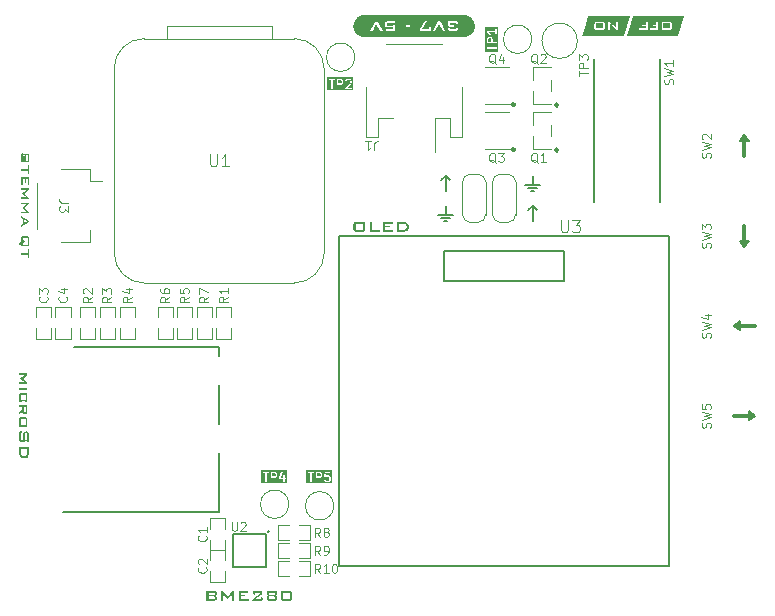
<source format=gbr>
%TF.GenerationSoftware,KiCad,Pcbnew,7.0.8*%
%TF.CreationDate,2023-11-01T10:58:09-04:00*%
%TF.ProjectId,destinationWeatherStation_r4-5,64657374-696e-4617-9469-6f6e57656174,4.5*%
%TF.SameCoordinates,Original*%
%TF.FileFunction,Legend,Top*%
%TF.FilePolarity,Positive*%
%FSLAX46Y46*%
G04 Gerber Fmt 4.6, Leading zero omitted, Abs format (unit mm)*
G04 Created by KiCad (PCBNEW 7.0.8) date 2023-11-01 10:58:09*
%MOMM*%
%LPD*%
G01*
G04 APERTURE LIST*
%ADD10C,0.150000*%
%ADD11C,0.300000*%
%ADD12C,0.120000*%
%ADD13C,0.100000*%
%ADD14C,0.093750*%
%ADD15C,0.200000*%
%ADD16C,0.250000*%
%ADD17C,0.050000*%
G04 APERTURE END LIST*
D10*
X157988000Y-85852000D02*
X156718000Y-85852000D01*
D11*
X175260000Y-83375500D02*
X175260000Y-81724500D01*
X175260000Y-89344500D02*
X175260000Y-90995500D01*
D10*
X157480000Y-86360000D02*
X157226000Y-86360000D01*
X150622000Y-88392000D02*
X149352000Y-88392000D01*
D11*
X174382500Y-105410000D02*
X176033500Y-105410000D01*
D10*
X176160500Y-105410000D02*
X175652500Y-105791000D01*
X175652500Y-105029000D01*
X176160500Y-105410000D01*
G36*
X176160500Y-105410000D02*
G01*
X175652500Y-105791000D01*
X175652500Y-105029000D01*
X176160500Y-105410000D01*
G37*
X149987000Y-85090000D02*
X150368000Y-85471000D01*
X157353000Y-85090000D02*
X157353000Y-85852000D01*
X157353000Y-87630000D02*
X157734000Y-88011000D01*
X174867500Y-98171000D02*
X174359500Y-97790000D01*
X174867500Y-97409000D01*
X174867500Y-98171000D01*
G36*
X174867500Y-98171000D02*
G01*
X174359500Y-97790000D01*
X174867500Y-97409000D01*
X174867500Y-98171000D01*
G37*
X175641000Y-82105500D02*
X174879000Y-82105500D01*
X175260000Y-81597500D01*
X175641000Y-82105500D01*
G36*
X175641000Y-82105500D02*
G01*
X174879000Y-82105500D01*
X175260000Y-81597500D01*
X175641000Y-82105500D01*
G37*
X157353000Y-87630000D02*
X157353000Y-88900000D01*
X150114000Y-88900000D02*
X149860000Y-88900000D01*
X149987000Y-85090000D02*
X149987000Y-86360000D01*
D11*
X176137500Y-97790000D02*
X174486500Y-97790000D01*
D10*
X149987000Y-87630000D02*
X149987000Y-88392000D01*
X157734000Y-86106000D02*
X156972000Y-86106000D01*
X175260000Y-91122500D02*
X174879000Y-90614500D01*
X175641000Y-90614500D01*
X175260000Y-91122500D01*
G36*
X175260000Y-91122500D02*
G01*
X174879000Y-90614500D01*
X175641000Y-90614500D01*
X175260000Y-91122500D01*
G37*
X150368000Y-88646000D02*
X149606000Y-88646000D01*
X157353000Y-87630000D02*
X156972000Y-88011000D01*
X149987000Y-85090000D02*
X149606000Y-85471000D01*
D12*
X172390010Y-106409999D02*
X172425724Y-106302857D01*
X172425724Y-106302857D02*
X172425724Y-106124285D01*
X172425724Y-106124285D02*
X172390010Y-106052857D01*
X172390010Y-106052857D02*
X172354295Y-106017142D01*
X172354295Y-106017142D02*
X172282867Y-105981428D01*
X172282867Y-105981428D02*
X172211438Y-105981428D01*
X172211438Y-105981428D02*
X172140010Y-106017142D01*
X172140010Y-106017142D02*
X172104295Y-106052857D01*
X172104295Y-106052857D02*
X172068581Y-106124285D01*
X172068581Y-106124285D02*
X172032867Y-106267142D01*
X172032867Y-106267142D02*
X171997152Y-106338571D01*
X171997152Y-106338571D02*
X171961438Y-106374285D01*
X171961438Y-106374285D02*
X171890010Y-106409999D01*
X171890010Y-106409999D02*
X171818581Y-106409999D01*
X171818581Y-106409999D02*
X171747152Y-106374285D01*
X171747152Y-106374285D02*
X171711438Y-106338571D01*
X171711438Y-106338571D02*
X171675724Y-106267142D01*
X171675724Y-106267142D02*
X171675724Y-106088571D01*
X171675724Y-106088571D02*
X171711438Y-105981428D01*
X171675724Y-105731428D02*
X172425724Y-105552856D01*
X172425724Y-105552856D02*
X171890010Y-105409999D01*
X171890010Y-105409999D02*
X172425724Y-105267142D01*
X172425724Y-105267142D02*
X171675724Y-105088571D01*
X171675724Y-104445713D02*
X171675724Y-104802856D01*
X171675724Y-104802856D02*
X172032867Y-104838570D01*
X172032867Y-104838570D02*
X171997152Y-104802856D01*
X171997152Y-104802856D02*
X171961438Y-104731428D01*
X171961438Y-104731428D02*
X171961438Y-104552856D01*
X171961438Y-104552856D02*
X171997152Y-104481428D01*
X171997152Y-104481428D02*
X172032867Y-104445713D01*
X172032867Y-104445713D02*
X172104295Y-104409999D01*
X172104295Y-104409999D02*
X172282867Y-104409999D01*
X172282867Y-104409999D02*
X172354295Y-104445713D01*
X172354295Y-104445713D02*
X172390010Y-104481428D01*
X172390010Y-104481428D02*
X172425724Y-104552856D01*
X172425724Y-104552856D02*
X172425724Y-104731428D01*
X172425724Y-104731428D02*
X172390010Y-104802856D01*
X172390010Y-104802856D02*
X172354295Y-104838570D01*
X172390010Y-91169999D02*
X172425724Y-91062857D01*
X172425724Y-91062857D02*
X172425724Y-90884285D01*
X172425724Y-90884285D02*
X172390010Y-90812857D01*
X172390010Y-90812857D02*
X172354295Y-90777142D01*
X172354295Y-90777142D02*
X172282867Y-90741428D01*
X172282867Y-90741428D02*
X172211438Y-90741428D01*
X172211438Y-90741428D02*
X172140010Y-90777142D01*
X172140010Y-90777142D02*
X172104295Y-90812857D01*
X172104295Y-90812857D02*
X172068581Y-90884285D01*
X172068581Y-90884285D02*
X172032867Y-91027142D01*
X172032867Y-91027142D02*
X171997152Y-91098571D01*
X171997152Y-91098571D02*
X171961438Y-91134285D01*
X171961438Y-91134285D02*
X171890010Y-91169999D01*
X171890010Y-91169999D02*
X171818581Y-91169999D01*
X171818581Y-91169999D02*
X171747152Y-91134285D01*
X171747152Y-91134285D02*
X171711438Y-91098571D01*
X171711438Y-91098571D02*
X171675724Y-91027142D01*
X171675724Y-91027142D02*
X171675724Y-90848571D01*
X171675724Y-90848571D02*
X171711438Y-90741428D01*
X171675724Y-90491428D02*
X172425724Y-90312856D01*
X172425724Y-90312856D02*
X171890010Y-90169999D01*
X171890010Y-90169999D02*
X172425724Y-90027142D01*
X172425724Y-90027142D02*
X171675724Y-89848571D01*
X171675724Y-89634285D02*
X171675724Y-89169999D01*
X171675724Y-89169999D02*
X171961438Y-89419999D01*
X171961438Y-89419999D02*
X171961438Y-89312856D01*
X171961438Y-89312856D02*
X171997152Y-89241428D01*
X171997152Y-89241428D02*
X172032867Y-89205713D01*
X172032867Y-89205713D02*
X172104295Y-89169999D01*
X172104295Y-89169999D02*
X172282867Y-89169999D01*
X172282867Y-89169999D02*
X172354295Y-89205713D01*
X172354295Y-89205713D02*
X172390010Y-89241428D01*
X172390010Y-89241428D02*
X172425724Y-89312856D01*
X172425724Y-89312856D02*
X172425724Y-89527142D01*
X172425724Y-89527142D02*
X172390010Y-89598570D01*
X172390010Y-89598570D02*
X172354295Y-89634285D01*
X172390010Y-83549999D02*
X172425724Y-83442857D01*
X172425724Y-83442857D02*
X172425724Y-83264285D01*
X172425724Y-83264285D02*
X172390010Y-83192857D01*
X172390010Y-83192857D02*
X172354295Y-83157142D01*
X172354295Y-83157142D02*
X172282867Y-83121428D01*
X172282867Y-83121428D02*
X172211438Y-83121428D01*
X172211438Y-83121428D02*
X172140010Y-83157142D01*
X172140010Y-83157142D02*
X172104295Y-83192857D01*
X172104295Y-83192857D02*
X172068581Y-83264285D01*
X172068581Y-83264285D02*
X172032867Y-83407142D01*
X172032867Y-83407142D02*
X171997152Y-83478571D01*
X171997152Y-83478571D02*
X171961438Y-83514285D01*
X171961438Y-83514285D02*
X171890010Y-83549999D01*
X171890010Y-83549999D02*
X171818581Y-83549999D01*
X171818581Y-83549999D02*
X171747152Y-83514285D01*
X171747152Y-83514285D02*
X171711438Y-83478571D01*
X171711438Y-83478571D02*
X171675724Y-83407142D01*
X171675724Y-83407142D02*
X171675724Y-83228571D01*
X171675724Y-83228571D02*
X171711438Y-83121428D01*
X171675724Y-82871428D02*
X172425724Y-82692856D01*
X172425724Y-82692856D02*
X171890010Y-82549999D01*
X171890010Y-82549999D02*
X172425724Y-82407142D01*
X172425724Y-82407142D02*
X171675724Y-82228571D01*
X171747152Y-81978570D02*
X171711438Y-81942856D01*
X171711438Y-81942856D02*
X171675724Y-81871428D01*
X171675724Y-81871428D02*
X171675724Y-81692856D01*
X171675724Y-81692856D02*
X171711438Y-81621428D01*
X171711438Y-81621428D02*
X171747152Y-81585713D01*
X171747152Y-81585713D02*
X171818581Y-81549999D01*
X171818581Y-81549999D02*
X171890010Y-81549999D01*
X171890010Y-81549999D02*
X171997152Y-81585713D01*
X171997152Y-81585713D02*
X172425724Y-82014285D01*
X172425724Y-82014285D02*
X172425724Y-81549999D01*
X169215010Y-77326999D02*
X169250724Y-77219857D01*
X169250724Y-77219857D02*
X169250724Y-77041285D01*
X169250724Y-77041285D02*
X169215010Y-76969857D01*
X169215010Y-76969857D02*
X169179295Y-76934142D01*
X169179295Y-76934142D02*
X169107867Y-76898428D01*
X169107867Y-76898428D02*
X169036438Y-76898428D01*
X169036438Y-76898428D02*
X168965010Y-76934142D01*
X168965010Y-76934142D02*
X168929295Y-76969857D01*
X168929295Y-76969857D02*
X168893581Y-77041285D01*
X168893581Y-77041285D02*
X168857867Y-77184142D01*
X168857867Y-77184142D02*
X168822152Y-77255571D01*
X168822152Y-77255571D02*
X168786438Y-77291285D01*
X168786438Y-77291285D02*
X168715010Y-77326999D01*
X168715010Y-77326999D02*
X168643581Y-77326999D01*
X168643581Y-77326999D02*
X168572152Y-77291285D01*
X168572152Y-77291285D02*
X168536438Y-77255571D01*
X168536438Y-77255571D02*
X168500724Y-77184142D01*
X168500724Y-77184142D02*
X168500724Y-77005571D01*
X168500724Y-77005571D02*
X168536438Y-76898428D01*
X168500724Y-76648428D02*
X169250724Y-76469856D01*
X169250724Y-76469856D02*
X168715010Y-76326999D01*
X168715010Y-76326999D02*
X169250724Y-76184142D01*
X169250724Y-76184142D02*
X168500724Y-76005571D01*
X169250724Y-75326999D02*
X169250724Y-75755570D01*
X169250724Y-75541285D02*
X168500724Y-75541285D01*
X168500724Y-75541285D02*
X168607867Y-75612713D01*
X168607867Y-75612713D02*
X168679295Y-75684142D01*
X168679295Y-75684142D02*
X168715010Y-75755570D01*
X157789571Y-75596152D02*
X157718142Y-75560438D01*
X157718142Y-75560438D02*
X157646714Y-75489010D01*
X157646714Y-75489010D02*
X157539571Y-75381867D01*
X157539571Y-75381867D02*
X157468142Y-75346152D01*
X157468142Y-75346152D02*
X157396714Y-75346152D01*
X157432428Y-75524724D02*
X157361000Y-75489010D01*
X157361000Y-75489010D02*
X157289571Y-75417581D01*
X157289571Y-75417581D02*
X157253857Y-75274724D01*
X157253857Y-75274724D02*
X157253857Y-75024724D01*
X157253857Y-75024724D02*
X157289571Y-74881867D01*
X157289571Y-74881867D02*
X157361000Y-74810438D01*
X157361000Y-74810438D02*
X157432428Y-74774724D01*
X157432428Y-74774724D02*
X157575285Y-74774724D01*
X157575285Y-74774724D02*
X157646714Y-74810438D01*
X157646714Y-74810438D02*
X157718142Y-74881867D01*
X157718142Y-74881867D02*
X157753857Y-75024724D01*
X157753857Y-75024724D02*
X157753857Y-75274724D01*
X157753857Y-75274724D02*
X157718142Y-75417581D01*
X157718142Y-75417581D02*
X157646714Y-75489010D01*
X157646714Y-75489010D02*
X157575285Y-75524724D01*
X157575285Y-75524724D02*
X157432428Y-75524724D01*
X158039571Y-74846152D02*
X158075285Y-74810438D01*
X158075285Y-74810438D02*
X158146714Y-74774724D01*
X158146714Y-74774724D02*
X158325285Y-74774724D01*
X158325285Y-74774724D02*
X158396714Y-74810438D01*
X158396714Y-74810438D02*
X158432428Y-74846152D01*
X158432428Y-74846152D02*
X158468142Y-74917581D01*
X158468142Y-74917581D02*
X158468142Y-74989010D01*
X158468142Y-74989010D02*
X158432428Y-75096152D01*
X158432428Y-75096152D02*
X158003856Y-75524724D01*
X158003856Y-75524724D02*
X158468142Y-75524724D01*
G36*
X139372745Y-110292750D02*
G01*
X139394687Y-110314692D01*
X139419714Y-110364745D01*
X139419714Y-110443559D01*
X139394687Y-110493611D01*
X139372743Y-110515555D01*
X139322692Y-110540581D01*
X139111143Y-110540581D01*
X139111143Y-110267724D01*
X139322692Y-110267724D01*
X139372745Y-110292750D01*
G37*
G36*
X140361143Y-111124867D02*
G01*
X138205428Y-111124867D01*
X138205428Y-110207724D01*
X138312571Y-110207724D01*
X138330145Y-110250150D01*
X138372571Y-110267724D01*
X138526857Y-110267724D01*
X138526857Y-110957724D01*
X138544431Y-111000150D01*
X138586857Y-111017724D01*
X138629283Y-111000150D01*
X138646857Y-110957724D01*
X138991143Y-110957724D01*
X139008717Y-111000150D01*
X139051143Y-111017724D01*
X139093569Y-111000150D01*
X139111143Y-110957724D01*
X139111143Y-110886294D01*
X139705430Y-110886294D01*
X139723002Y-110928721D01*
X139758716Y-110964436D01*
X139767839Y-110968214D01*
X139774310Y-110975676D01*
X139845740Y-111011390D01*
X139859669Y-111012379D01*
X139872572Y-111017724D01*
X140051143Y-111017724D01*
X140064045Y-111012379D01*
X140077976Y-111011390D01*
X140149405Y-110975676D01*
X140155876Y-110968214D01*
X140164999Y-110964436D01*
X140200713Y-110928721D01*
X140204491Y-110919598D01*
X140211952Y-110913128D01*
X140247666Y-110841700D01*
X140248655Y-110827769D01*
X140254000Y-110814867D01*
X140254000Y-110636295D01*
X140248655Y-110623392D01*
X140247666Y-110609462D01*
X140211952Y-110538034D01*
X140204491Y-110531563D01*
X140200713Y-110522441D01*
X140164999Y-110486726D01*
X140155876Y-110482947D01*
X140149405Y-110475486D01*
X140077976Y-110439772D01*
X140064045Y-110438782D01*
X140051143Y-110433438D01*
X139872572Y-110433438D01*
X139859669Y-110438782D01*
X139845740Y-110439772D01*
X139837842Y-110443720D01*
X139855442Y-110267724D01*
X140158286Y-110267724D01*
X140200712Y-110250150D01*
X140218286Y-110207724D01*
X140200712Y-110165298D01*
X140158286Y-110147724D01*
X139801143Y-110147724D01*
X139782483Y-110155453D01*
X139763149Y-110161287D01*
X139761648Y-110164083D01*
X139758717Y-110165298D01*
X139750987Y-110183957D01*
X139741441Y-110201754D01*
X139705727Y-110558897D01*
X139706644Y-110561936D01*
X139705430Y-110564868D01*
X139713158Y-110583525D01*
X139718992Y-110602861D01*
X139721788Y-110604360D01*
X139723003Y-110607294D01*
X139741661Y-110615021D01*
X139759459Y-110624569D01*
X139762498Y-110623651D01*
X139765430Y-110624866D01*
X139784087Y-110617137D01*
X139803423Y-110611304D01*
X139804922Y-110608507D01*
X139807856Y-110607293D01*
X139836684Y-110578463D01*
X139886737Y-110553438D01*
X140036978Y-110553438D01*
X140087029Y-110578463D01*
X140108973Y-110600407D01*
X140134000Y-110650460D01*
X140134000Y-110800702D01*
X140108973Y-110850754D01*
X140087029Y-110872698D01*
X140036978Y-110897724D01*
X139886737Y-110897724D01*
X139836684Y-110872698D01*
X139807856Y-110843869D01*
X139765430Y-110826296D01*
X139723003Y-110843868D01*
X139705430Y-110886294D01*
X139111143Y-110886294D01*
X139111143Y-110660581D01*
X139336857Y-110660581D01*
X139349759Y-110655236D01*
X139363690Y-110654247D01*
X139435119Y-110618533D01*
X139441590Y-110611071D01*
X139450713Y-110607293D01*
X139486427Y-110571578D01*
X139490205Y-110562455D01*
X139497666Y-110555985D01*
X139533380Y-110484557D01*
X139534369Y-110470626D01*
X139539714Y-110457724D01*
X139539714Y-110350581D01*
X139534369Y-110337678D01*
X139533380Y-110323749D01*
X139497666Y-110252319D01*
X139490204Y-110245848D01*
X139486426Y-110236725D01*
X139450712Y-110201012D01*
X139441590Y-110197233D01*
X139435119Y-110189772D01*
X139363690Y-110154058D01*
X139349759Y-110153068D01*
X139336857Y-110147724D01*
X139051143Y-110147724D01*
X139008717Y-110165298D01*
X138991143Y-110207724D01*
X138991143Y-110957724D01*
X138646857Y-110957724D01*
X138646857Y-110267724D01*
X138801143Y-110267724D01*
X138843569Y-110250150D01*
X138861143Y-110207724D01*
X138843569Y-110165298D01*
X138801143Y-110147724D01*
X138372571Y-110147724D01*
X138330145Y-110165298D01*
X138312571Y-110207724D01*
X138205428Y-110207724D01*
X138205428Y-110040581D01*
X140361143Y-110040581D01*
X140361143Y-111124867D01*
G37*
X129682295Y-118235000D02*
X129718010Y-118270714D01*
X129718010Y-118270714D02*
X129753724Y-118377857D01*
X129753724Y-118377857D02*
X129753724Y-118449285D01*
X129753724Y-118449285D02*
X129718010Y-118556428D01*
X129718010Y-118556428D02*
X129646581Y-118627857D01*
X129646581Y-118627857D02*
X129575152Y-118663571D01*
X129575152Y-118663571D02*
X129432295Y-118699285D01*
X129432295Y-118699285D02*
X129325152Y-118699285D01*
X129325152Y-118699285D02*
X129182295Y-118663571D01*
X129182295Y-118663571D02*
X129110867Y-118627857D01*
X129110867Y-118627857D02*
X129039438Y-118556428D01*
X129039438Y-118556428D02*
X129003724Y-118449285D01*
X129003724Y-118449285D02*
X129003724Y-118377857D01*
X129003724Y-118377857D02*
X129039438Y-118270714D01*
X129039438Y-118270714D02*
X129075152Y-118235000D01*
X129075152Y-117949285D02*
X129039438Y-117913571D01*
X129039438Y-117913571D02*
X129003724Y-117842143D01*
X129003724Y-117842143D02*
X129003724Y-117663571D01*
X129003724Y-117663571D02*
X129039438Y-117592143D01*
X129039438Y-117592143D02*
X129075152Y-117556428D01*
X129075152Y-117556428D02*
X129146581Y-117520714D01*
X129146581Y-117520714D02*
X129218010Y-117520714D01*
X129218010Y-117520714D02*
X129325152Y-117556428D01*
X129325152Y-117556428D02*
X129753724Y-117985000D01*
X129753724Y-117985000D02*
X129753724Y-117520714D01*
X143949999Y-82909275D02*
X143949999Y-82373561D01*
X143949999Y-82373561D02*
X143985714Y-82266418D01*
X143985714Y-82266418D02*
X144057142Y-82194990D01*
X144057142Y-82194990D02*
X144164285Y-82159275D01*
X144164285Y-82159275D02*
X144235714Y-82159275D01*
X143199999Y-82159275D02*
X143628570Y-82159275D01*
X143414285Y-82159275D02*
X143414285Y-82909275D01*
X143414285Y-82909275D02*
X143485713Y-82802132D01*
X143485713Y-82802132D02*
X143557142Y-82730704D01*
X143557142Y-82730704D02*
X143628570Y-82694990D01*
X161261724Y-76638428D02*
X161261724Y-76209857D01*
X162011724Y-76424142D02*
X161261724Y-76424142D01*
X162011724Y-75959856D02*
X161261724Y-75959856D01*
X161261724Y-75959856D02*
X161261724Y-75674142D01*
X161261724Y-75674142D02*
X161297438Y-75602713D01*
X161297438Y-75602713D02*
X161333152Y-75566999D01*
X161333152Y-75566999D02*
X161404581Y-75531285D01*
X161404581Y-75531285D02*
X161511724Y-75531285D01*
X161511724Y-75531285D02*
X161583152Y-75566999D01*
X161583152Y-75566999D02*
X161618867Y-75602713D01*
X161618867Y-75602713D02*
X161654581Y-75674142D01*
X161654581Y-75674142D02*
X161654581Y-75959856D01*
X161261724Y-75281285D02*
X161261724Y-74816999D01*
X161261724Y-74816999D02*
X161547438Y-75066999D01*
X161547438Y-75066999D02*
X161547438Y-74959856D01*
X161547438Y-74959856D02*
X161583152Y-74888428D01*
X161583152Y-74888428D02*
X161618867Y-74852713D01*
X161618867Y-74852713D02*
X161690295Y-74816999D01*
X161690295Y-74816999D02*
X161868867Y-74816999D01*
X161868867Y-74816999D02*
X161940295Y-74852713D01*
X161940295Y-74852713D02*
X161976010Y-74888428D01*
X161976010Y-74888428D02*
X162011724Y-74959856D01*
X162011724Y-74959856D02*
X162011724Y-75174142D01*
X162011724Y-75174142D02*
X161976010Y-75245570D01*
X161976010Y-75245570D02*
X161940295Y-75281285D01*
X154233571Y-75596152D02*
X154162142Y-75560438D01*
X154162142Y-75560438D02*
X154090714Y-75489010D01*
X154090714Y-75489010D02*
X153983571Y-75381867D01*
X153983571Y-75381867D02*
X153912142Y-75346152D01*
X153912142Y-75346152D02*
X153840714Y-75346152D01*
X153876428Y-75524724D02*
X153805000Y-75489010D01*
X153805000Y-75489010D02*
X153733571Y-75417581D01*
X153733571Y-75417581D02*
X153697857Y-75274724D01*
X153697857Y-75274724D02*
X153697857Y-75024724D01*
X153697857Y-75024724D02*
X153733571Y-74881867D01*
X153733571Y-74881867D02*
X153805000Y-74810438D01*
X153805000Y-74810438D02*
X153876428Y-74774724D01*
X153876428Y-74774724D02*
X154019285Y-74774724D01*
X154019285Y-74774724D02*
X154090714Y-74810438D01*
X154090714Y-74810438D02*
X154162142Y-74881867D01*
X154162142Y-74881867D02*
X154197857Y-75024724D01*
X154197857Y-75024724D02*
X154197857Y-75274724D01*
X154197857Y-75274724D02*
X154162142Y-75417581D01*
X154162142Y-75417581D02*
X154090714Y-75489010D01*
X154090714Y-75489010D02*
X154019285Y-75524724D01*
X154019285Y-75524724D02*
X153876428Y-75524724D01*
X154840714Y-75024724D02*
X154840714Y-75524724D01*
X154662142Y-74739010D02*
X154483571Y-75274724D01*
X154483571Y-75274724D02*
X154947856Y-75274724D01*
X172390010Y-98789999D02*
X172425724Y-98682857D01*
X172425724Y-98682857D02*
X172425724Y-98504285D01*
X172425724Y-98504285D02*
X172390010Y-98432857D01*
X172390010Y-98432857D02*
X172354295Y-98397142D01*
X172354295Y-98397142D02*
X172282867Y-98361428D01*
X172282867Y-98361428D02*
X172211438Y-98361428D01*
X172211438Y-98361428D02*
X172140010Y-98397142D01*
X172140010Y-98397142D02*
X172104295Y-98432857D01*
X172104295Y-98432857D02*
X172068581Y-98504285D01*
X172068581Y-98504285D02*
X172032867Y-98647142D01*
X172032867Y-98647142D02*
X171997152Y-98718571D01*
X171997152Y-98718571D02*
X171961438Y-98754285D01*
X171961438Y-98754285D02*
X171890010Y-98789999D01*
X171890010Y-98789999D02*
X171818581Y-98789999D01*
X171818581Y-98789999D02*
X171747152Y-98754285D01*
X171747152Y-98754285D02*
X171711438Y-98718571D01*
X171711438Y-98718571D02*
X171675724Y-98647142D01*
X171675724Y-98647142D02*
X171675724Y-98468571D01*
X171675724Y-98468571D02*
X171711438Y-98361428D01*
X171675724Y-98111428D02*
X172425724Y-97932856D01*
X172425724Y-97932856D02*
X171890010Y-97789999D01*
X171890010Y-97789999D02*
X172425724Y-97647142D01*
X172425724Y-97647142D02*
X171675724Y-97468571D01*
X171925724Y-96861428D02*
X172425724Y-96861428D01*
X171640010Y-97039999D02*
X172175724Y-97218570D01*
X172175724Y-97218570D02*
X172175724Y-96754285D01*
X139370089Y-118704724D02*
X139120089Y-118347581D01*
X138941518Y-118704724D02*
X138941518Y-117954724D01*
X138941518Y-117954724D02*
X139227232Y-117954724D01*
X139227232Y-117954724D02*
X139298661Y-117990438D01*
X139298661Y-117990438D02*
X139334375Y-118026152D01*
X139334375Y-118026152D02*
X139370089Y-118097581D01*
X139370089Y-118097581D02*
X139370089Y-118204724D01*
X139370089Y-118204724D02*
X139334375Y-118276152D01*
X139334375Y-118276152D02*
X139298661Y-118311867D01*
X139298661Y-118311867D02*
X139227232Y-118347581D01*
X139227232Y-118347581D02*
X138941518Y-118347581D01*
X140084375Y-118704724D02*
X139655804Y-118704724D01*
X139870089Y-118704724D02*
X139870089Y-117954724D01*
X139870089Y-117954724D02*
X139798661Y-118061867D01*
X139798661Y-118061867D02*
X139727232Y-118133295D01*
X139727232Y-118133295D02*
X139655804Y-118169010D01*
X140548661Y-117954724D02*
X140620090Y-117954724D01*
X140620090Y-117954724D02*
X140691518Y-117990438D01*
X140691518Y-117990438D02*
X140727233Y-118026152D01*
X140727233Y-118026152D02*
X140762947Y-118097581D01*
X140762947Y-118097581D02*
X140798661Y-118240438D01*
X140798661Y-118240438D02*
X140798661Y-118419010D01*
X140798661Y-118419010D02*
X140762947Y-118561867D01*
X140762947Y-118561867D02*
X140727233Y-118633295D01*
X140727233Y-118633295D02*
X140691518Y-118669010D01*
X140691518Y-118669010D02*
X140620090Y-118704724D01*
X140620090Y-118704724D02*
X140548661Y-118704724D01*
X140548661Y-118704724D02*
X140477233Y-118669010D01*
X140477233Y-118669010D02*
X140441518Y-118633295D01*
X140441518Y-118633295D02*
X140405804Y-118561867D01*
X140405804Y-118561867D02*
X140370090Y-118419010D01*
X140370090Y-118419010D02*
X140370090Y-118240438D01*
X140370090Y-118240438D02*
X140405804Y-118097581D01*
X140405804Y-118097581D02*
X140441518Y-118026152D01*
X140441518Y-118026152D02*
X140477233Y-117990438D01*
X140477233Y-117990438D02*
X140548661Y-117954724D01*
G36*
X153800611Y-73457311D02*
G01*
X153822555Y-73479254D01*
X153847581Y-73529306D01*
X153847581Y-73740856D01*
X153574724Y-73740856D01*
X153574724Y-73529306D01*
X153599750Y-73479253D01*
X153621692Y-73457311D01*
X153671746Y-73432285D01*
X153750559Y-73432285D01*
X153800611Y-73457311D01*
G37*
G36*
X154431867Y-74646571D02*
G01*
X153347581Y-74646571D01*
X153347581Y-74479428D01*
X153454724Y-74479428D01*
X153472298Y-74521854D01*
X153514724Y-74539428D01*
X153557150Y-74521854D01*
X153574724Y-74479428D01*
X153574724Y-74325142D01*
X154264724Y-74325142D01*
X154307150Y-74307568D01*
X154324724Y-74265142D01*
X154307150Y-74222716D01*
X154264724Y-74205142D01*
X153574724Y-74205142D01*
X153574724Y-74050857D01*
X153557150Y-74008431D01*
X153514724Y-73990857D01*
X153472298Y-74008431D01*
X153454724Y-74050857D01*
X153454724Y-74479428D01*
X153347581Y-74479428D01*
X153347581Y-73800856D01*
X153454724Y-73800856D01*
X153472298Y-73843282D01*
X153514724Y-73860856D01*
X153907581Y-73860856D01*
X154264724Y-73860856D01*
X154307150Y-73843282D01*
X154324724Y-73800856D01*
X154307150Y-73758430D01*
X154264724Y-73740856D01*
X153967581Y-73740856D01*
X153967581Y-73515142D01*
X153962236Y-73502239D01*
X153961247Y-73488310D01*
X153925533Y-73416880D01*
X153918071Y-73410409D01*
X153914293Y-73401286D01*
X153878578Y-73365572D01*
X153869455Y-73361793D01*
X153862985Y-73354333D01*
X153791557Y-73318619D01*
X153777626Y-73317629D01*
X153764724Y-73312285D01*
X153657581Y-73312285D01*
X153644678Y-73317629D01*
X153630749Y-73318619D01*
X153559319Y-73354333D01*
X153552848Y-73361794D01*
X153543725Y-73365573D01*
X153508012Y-73401287D01*
X153504233Y-73410408D01*
X153496772Y-73416880D01*
X153461058Y-73488309D01*
X153460068Y-73502239D01*
X153454724Y-73515142D01*
X153454724Y-73800856D01*
X153347581Y-73800856D01*
X153347581Y-72872285D01*
X153454724Y-72872285D01*
X153457088Y-72877993D01*
X153455890Y-72884052D01*
X153465611Y-72898568D01*
X153472298Y-72914711D01*
X153478004Y-72917074D01*
X153481442Y-72922208D01*
X153583640Y-72990339D01*
X153643984Y-73050684D01*
X153675344Y-73113403D01*
X153710037Y-73143490D01*
X153755843Y-73140235D01*
X153785930Y-73105543D01*
X153782675Y-73059736D01*
X153746960Y-72988309D01*
X153739500Y-72981839D01*
X153735722Y-72972716D01*
X153695292Y-72932285D01*
X154204724Y-72932285D01*
X154204724Y-73086570D01*
X154222298Y-73128996D01*
X154264724Y-73146570D01*
X154307150Y-73128996D01*
X154324724Y-73086570D01*
X154324724Y-72657999D01*
X154307150Y-72615573D01*
X154264724Y-72597999D01*
X154222298Y-72615573D01*
X154204724Y-72657999D01*
X154204724Y-72812285D01*
X153514724Y-72812285D01*
X153509015Y-72814649D01*
X153502957Y-72813451D01*
X153488440Y-72823172D01*
X153472298Y-72829859D01*
X153469934Y-72835565D01*
X153464801Y-72839003D01*
X153461410Y-72856142D01*
X153454724Y-72872285D01*
X153347581Y-72872285D01*
X153347581Y-72490856D01*
X154431867Y-72490856D01*
X154431867Y-74646571D01*
G37*
X128229724Y-95325910D02*
X127872581Y-95575910D01*
X128229724Y-95754481D02*
X127479724Y-95754481D01*
X127479724Y-95754481D02*
X127479724Y-95468767D01*
X127479724Y-95468767D02*
X127515438Y-95397338D01*
X127515438Y-95397338D02*
X127551152Y-95361624D01*
X127551152Y-95361624D02*
X127622581Y-95325910D01*
X127622581Y-95325910D02*
X127729724Y-95325910D01*
X127729724Y-95325910D02*
X127801152Y-95361624D01*
X127801152Y-95361624D02*
X127836867Y-95397338D01*
X127836867Y-95397338D02*
X127872581Y-95468767D01*
X127872581Y-95468767D02*
X127872581Y-95754481D01*
X127479724Y-94647338D02*
X127479724Y-95004481D01*
X127479724Y-95004481D02*
X127836867Y-95040195D01*
X127836867Y-95040195D02*
X127801152Y-95004481D01*
X127801152Y-95004481D02*
X127765438Y-94933053D01*
X127765438Y-94933053D02*
X127765438Y-94754481D01*
X127765438Y-94754481D02*
X127801152Y-94683053D01*
X127801152Y-94683053D02*
X127836867Y-94647338D01*
X127836867Y-94647338D02*
X127908295Y-94611624D01*
X127908295Y-94611624D02*
X128086867Y-94611624D01*
X128086867Y-94611624D02*
X128158295Y-94647338D01*
X128158295Y-94647338D02*
X128194010Y-94683053D01*
X128194010Y-94683053D02*
X128229724Y-94754481D01*
X128229724Y-94754481D02*
X128229724Y-94933053D01*
X128229724Y-94933053D02*
X128194010Y-95004481D01*
X128194010Y-95004481D02*
X128158295Y-95040195D01*
X117871295Y-95325910D02*
X117907010Y-95361624D01*
X117907010Y-95361624D02*
X117942724Y-95468767D01*
X117942724Y-95468767D02*
X117942724Y-95540195D01*
X117942724Y-95540195D02*
X117907010Y-95647338D01*
X117907010Y-95647338D02*
X117835581Y-95718767D01*
X117835581Y-95718767D02*
X117764152Y-95754481D01*
X117764152Y-95754481D02*
X117621295Y-95790195D01*
X117621295Y-95790195D02*
X117514152Y-95790195D01*
X117514152Y-95790195D02*
X117371295Y-95754481D01*
X117371295Y-95754481D02*
X117299867Y-95718767D01*
X117299867Y-95718767D02*
X117228438Y-95647338D01*
X117228438Y-95647338D02*
X117192724Y-95540195D01*
X117192724Y-95540195D02*
X117192724Y-95468767D01*
X117192724Y-95468767D02*
X117228438Y-95361624D01*
X117228438Y-95361624D02*
X117264152Y-95325910D01*
X117442724Y-94683053D02*
X117942724Y-94683053D01*
X117157010Y-94861624D02*
X117692724Y-95040195D01*
X117692724Y-95040195D02*
X117692724Y-94575910D01*
X121683724Y-95325910D02*
X121326581Y-95575910D01*
X121683724Y-95754481D02*
X120933724Y-95754481D01*
X120933724Y-95754481D02*
X120933724Y-95468767D01*
X120933724Y-95468767D02*
X120969438Y-95397338D01*
X120969438Y-95397338D02*
X121005152Y-95361624D01*
X121005152Y-95361624D02*
X121076581Y-95325910D01*
X121076581Y-95325910D02*
X121183724Y-95325910D01*
X121183724Y-95325910D02*
X121255152Y-95361624D01*
X121255152Y-95361624D02*
X121290867Y-95397338D01*
X121290867Y-95397338D02*
X121326581Y-95468767D01*
X121326581Y-95468767D02*
X121326581Y-95754481D01*
X120933724Y-95075910D02*
X120933724Y-94611624D01*
X120933724Y-94611624D02*
X121219438Y-94861624D01*
X121219438Y-94861624D02*
X121219438Y-94754481D01*
X121219438Y-94754481D02*
X121255152Y-94683053D01*
X121255152Y-94683053D02*
X121290867Y-94647338D01*
X121290867Y-94647338D02*
X121362295Y-94611624D01*
X121362295Y-94611624D02*
X121540867Y-94611624D01*
X121540867Y-94611624D02*
X121612295Y-94647338D01*
X121612295Y-94647338D02*
X121648010Y-94683053D01*
X121648010Y-94683053D02*
X121683724Y-94754481D01*
X121683724Y-94754481D02*
X121683724Y-94968767D01*
X121683724Y-94968767D02*
X121648010Y-95040195D01*
X121648010Y-95040195D02*
X121612295Y-95075910D01*
D13*
X130048095Y-83277419D02*
X130048095Y-84086942D01*
X130048095Y-84086942D02*
X130095714Y-84182180D01*
X130095714Y-84182180D02*
X130143333Y-84229800D01*
X130143333Y-84229800D02*
X130238571Y-84277419D01*
X130238571Y-84277419D02*
X130429047Y-84277419D01*
X130429047Y-84277419D02*
X130524285Y-84229800D01*
X130524285Y-84229800D02*
X130571904Y-84182180D01*
X130571904Y-84182180D02*
X130619523Y-84086942D01*
X130619523Y-84086942D02*
X130619523Y-83277419D01*
X131619523Y-84277419D02*
X131048095Y-84277419D01*
X131333809Y-84277419D02*
X131333809Y-83277419D01*
X131333809Y-83277419D02*
X131238571Y-83420276D01*
X131238571Y-83420276D02*
X131143333Y-83515514D01*
X131143333Y-83515514D02*
X131048095Y-83563133D01*
D12*
X118011275Y-87380000D02*
X117475561Y-87380000D01*
X117475561Y-87380000D02*
X117368418Y-87344285D01*
X117368418Y-87344285D02*
X117296990Y-87272857D01*
X117296990Y-87272857D02*
X117261275Y-87165714D01*
X117261275Y-87165714D02*
X117261275Y-87094285D01*
X118011275Y-87665714D02*
X118011275Y-88130000D01*
X118011275Y-88130000D02*
X117725561Y-87880000D01*
X117725561Y-87880000D02*
X117725561Y-87987143D01*
X117725561Y-87987143D02*
X117689847Y-88058572D01*
X117689847Y-88058572D02*
X117654132Y-88094286D01*
X117654132Y-88094286D02*
X117582704Y-88130000D01*
X117582704Y-88130000D02*
X117404132Y-88130000D01*
X117404132Y-88130000D02*
X117332704Y-88094286D01*
X117332704Y-88094286D02*
X117296990Y-88058572D01*
X117296990Y-88058572D02*
X117261275Y-87987143D01*
X117261275Y-87987143D02*
X117261275Y-87772857D01*
X117261275Y-87772857D02*
X117296990Y-87701429D01*
X117296990Y-87701429D02*
X117332704Y-87665714D01*
X131531724Y-95325910D02*
X131174581Y-95575910D01*
X131531724Y-95754481D02*
X130781724Y-95754481D01*
X130781724Y-95754481D02*
X130781724Y-95468767D01*
X130781724Y-95468767D02*
X130817438Y-95397338D01*
X130817438Y-95397338D02*
X130853152Y-95361624D01*
X130853152Y-95361624D02*
X130924581Y-95325910D01*
X130924581Y-95325910D02*
X131031724Y-95325910D01*
X131031724Y-95325910D02*
X131103152Y-95361624D01*
X131103152Y-95361624D02*
X131138867Y-95397338D01*
X131138867Y-95397338D02*
X131174581Y-95468767D01*
X131174581Y-95468767D02*
X131174581Y-95754481D01*
X131531724Y-94611624D02*
X131531724Y-95040195D01*
X131531724Y-94825910D02*
X130781724Y-94825910D01*
X130781724Y-94825910D02*
X130888867Y-94897338D01*
X130888867Y-94897338D02*
X130960295Y-94968767D01*
X130960295Y-94968767D02*
X130996010Y-95040195D01*
X131889571Y-114398724D02*
X131889571Y-115005867D01*
X131889571Y-115005867D02*
X131925285Y-115077295D01*
X131925285Y-115077295D02*
X131961000Y-115113010D01*
X131961000Y-115113010D02*
X132032428Y-115148724D01*
X132032428Y-115148724D02*
X132175285Y-115148724D01*
X132175285Y-115148724D02*
X132246714Y-115113010D01*
X132246714Y-115113010D02*
X132282428Y-115077295D01*
X132282428Y-115077295D02*
X132318142Y-115005867D01*
X132318142Y-115005867D02*
X132318142Y-114398724D01*
X132639571Y-114470152D02*
X132675285Y-114434438D01*
X132675285Y-114434438D02*
X132746714Y-114398724D01*
X132746714Y-114398724D02*
X132925285Y-114398724D01*
X132925285Y-114398724D02*
X132996714Y-114434438D01*
X132996714Y-114434438D02*
X133032428Y-114470152D01*
X133032428Y-114470152D02*
X133068142Y-114541581D01*
X133068142Y-114541581D02*
X133068142Y-114613010D01*
X133068142Y-114613010D02*
X133032428Y-114720152D01*
X133032428Y-114720152D02*
X132603856Y-115148724D01*
X132603856Y-115148724D02*
X133068142Y-115148724D01*
X157789571Y-83978152D02*
X157718142Y-83942438D01*
X157718142Y-83942438D02*
X157646714Y-83871010D01*
X157646714Y-83871010D02*
X157539571Y-83763867D01*
X157539571Y-83763867D02*
X157468142Y-83728152D01*
X157468142Y-83728152D02*
X157396714Y-83728152D01*
X157432428Y-83906724D02*
X157361000Y-83871010D01*
X157361000Y-83871010D02*
X157289571Y-83799581D01*
X157289571Y-83799581D02*
X157253857Y-83656724D01*
X157253857Y-83656724D02*
X157253857Y-83406724D01*
X157253857Y-83406724D02*
X157289571Y-83263867D01*
X157289571Y-83263867D02*
X157361000Y-83192438D01*
X157361000Y-83192438D02*
X157432428Y-83156724D01*
X157432428Y-83156724D02*
X157575285Y-83156724D01*
X157575285Y-83156724D02*
X157646714Y-83192438D01*
X157646714Y-83192438D02*
X157718142Y-83263867D01*
X157718142Y-83263867D02*
X157753857Y-83406724D01*
X157753857Y-83406724D02*
X157753857Y-83656724D01*
X157753857Y-83656724D02*
X157718142Y-83799581D01*
X157718142Y-83799581D02*
X157646714Y-83871010D01*
X157646714Y-83871010D02*
X157575285Y-83906724D01*
X157575285Y-83906724D02*
X157432428Y-83906724D01*
X158468142Y-83906724D02*
X158039571Y-83906724D01*
X158253856Y-83906724D02*
X158253856Y-83156724D01*
X158253856Y-83156724D02*
X158182428Y-83263867D01*
X158182428Y-83263867D02*
X158110999Y-83335295D01*
X158110999Y-83335295D02*
X158039571Y-83371010D01*
X120032724Y-95325910D02*
X119675581Y-95575910D01*
X120032724Y-95754481D02*
X119282724Y-95754481D01*
X119282724Y-95754481D02*
X119282724Y-95468767D01*
X119282724Y-95468767D02*
X119318438Y-95397338D01*
X119318438Y-95397338D02*
X119354152Y-95361624D01*
X119354152Y-95361624D02*
X119425581Y-95325910D01*
X119425581Y-95325910D02*
X119532724Y-95325910D01*
X119532724Y-95325910D02*
X119604152Y-95361624D01*
X119604152Y-95361624D02*
X119639867Y-95397338D01*
X119639867Y-95397338D02*
X119675581Y-95468767D01*
X119675581Y-95468767D02*
X119675581Y-95754481D01*
X119354152Y-95040195D02*
X119318438Y-95004481D01*
X119318438Y-95004481D02*
X119282724Y-94933053D01*
X119282724Y-94933053D02*
X119282724Y-94754481D01*
X119282724Y-94754481D02*
X119318438Y-94683053D01*
X119318438Y-94683053D02*
X119354152Y-94647338D01*
X119354152Y-94647338D02*
X119425581Y-94611624D01*
X119425581Y-94611624D02*
X119497010Y-94611624D01*
X119497010Y-94611624D02*
X119604152Y-94647338D01*
X119604152Y-94647338D02*
X120032724Y-95075910D01*
X120032724Y-95075910D02*
X120032724Y-94611624D01*
D13*
X159766095Y-88865419D02*
X159766095Y-89674942D01*
X159766095Y-89674942D02*
X159813714Y-89770180D01*
X159813714Y-89770180D02*
X159861333Y-89817800D01*
X159861333Y-89817800D02*
X159956571Y-89865419D01*
X159956571Y-89865419D02*
X160147047Y-89865419D01*
X160147047Y-89865419D02*
X160242285Y-89817800D01*
X160242285Y-89817800D02*
X160289904Y-89770180D01*
X160289904Y-89770180D02*
X160337523Y-89674942D01*
X160337523Y-89674942D02*
X160337523Y-88865419D01*
X160718476Y-88865419D02*
X161337523Y-88865419D01*
X161337523Y-88865419D02*
X161004190Y-89246371D01*
X161004190Y-89246371D02*
X161147047Y-89246371D01*
X161147047Y-89246371D02*
X161242285Y-89293990D01*
X161242285Y-89293990D02*
X161289904Y-89341609D01*
X161289904Y-89341609D02*
X161337523Y-89436847D01*
X161337523Y-89436847D02*
X161337523Y-89674942D01*
X161337523Y-89674942D02*
X161289904Y-89770180D01*
X161289904Y-89770180D02*
X161242285Y-89817800D01*
X161242285Y-89817800D02*
X161147047Y-89865419D01*
X161147047Y-89865419D02*
X160861333Y-89865419D01*
X160861333Y-89865419D02*
X160766095Y-89817800D01*
X160766095Y-89817800D02*
X160718476Y-89770180D01*
D12*
G36*
X135562745Y-110292750D02*
G01*
X135584687Y-110314692D01*
X135609714Y-110364745D01*
X135609714Y-110443559D01*
X135584687Y-110493611D01*
X135562743Y-110515555D01*
X135512692Y-110540581D01*
X135301143Y-110540581D01*
X135301143Y-110267724D01*
X135512692Y-110267724D01*
X135562745Y-110292750D01*
G37*
G36*
X136586857Y-111124867D02*
G01*
X134395428Y-111124867D01*
X134395428Y-110207724D01*
X134502571Y-110207724D01*
X134520145Y-110250150D01*
X134562571Y-110267724D01*
X134716857Y-110267724D01*
X134716857Y-110957724D01*
X134734431Y-111000150D01*
X134776857Y-111017724D01*
X134819283Y-111000150D01*
X134836857Y-110957724D01*
X135181143Y-110957724D01*
X135198717Y-111000150D01*
X135241143Y-111017724D01*
X135283569Y-111000150D01*
X135301143Y-110957724D01*
X135301143Y-110707724D01*
X135895429Y-110707724D01*
X135900773Y-110720627D01*
X135901764Y-110734557D01*
X135909224Y-110741027D01*
X135913003Y-110750150D01*
X135925903Y-110755493D01*
X135936455Y-110764645D01*
X135946305Y-110763944D01*
X135955429Y-110767724D01*
X136252572Y-110767724D01*
X136252572Y-110957724D01*
X136270146Y-111000150D01*
X136312572Y-111017724D01*
X136354998Y-111000150D01*
X136372572Y-110957724D01*
X136372572Y-110767724D01*
X136419714Y-110767724D01*
X136462140Y-110750150D01*
X136479714Y-110707724D01*
X136462140Y-110665298D01*
X136419714Y-110647724D01*
X136372572Y-110647724D01*
X136372572Y-110457724D01*
X136354998Y-110415298D01*
X136312572Y-110397724D01*
X136270146Y-110415298D01*
X136252572Y-110457724D01*
X136252572Y-110647724D01*
X136038675Y-110647724D01*
X136190921Y-110190984D01*
X136187665Y-110145177D01*
X136152974Y-110115089D01*
X136107167Y-110118345D01*
X136077079Y-110153036D01*
X135898508Y-110688750D01*
X135899208Y-110698600D01*
X135895429Y-110707724D01*
X135301143Y-110707724D01*
X135301143Y-110660581D01*
X135526857Y-110660581D01*
X135539759Y-110655236D01*
X135553690Y-110654247D01*
X135625119Y-110618533D01*
X135631590Y-110611071D01*
X135640713Y-110607293D01*
X135676427Y-110571578D01*
X135680205Y-110562455D01*
X135687666Y-110555985D01*
X135723380Y-110484557D01*
X135724369Y-110470626D01*
X135729714Y-110457724D01*
X135729714Y-110350581D01*
X135724369Y-110337678D01*
X135723380Y-110323749D01*
X135687666Y-110252319D01*
X135680204Y-110245848D01*
X135676426Y-110236725D01*
X135640712Y-110201012D01*
X135631590Y-110197233D01*
X135625119Y-110189772D01*
X135553690Y-110154058D01*
X135539759Y-110153068D01*
X135526857Y-110147724D01*
X135241143Y-110147724D01*
X135198717Y-110165298D01*
X135181143Y-110207724D01*
X135181143Y-110957724D01*
X134836857Y-110957724D01*
X134836857Y-110267724D01*
X134991143Y-110267724D01*
X135033569Y-110250150D01*
X135051143Y-110207724D01*
X135033569Y-110165298D01*
X134991143Y-110147724D01*
X134562571Y-110147724D01*
X134520145Y-110165298D01*
X134502571Y-110207724D01*
X134395428Y-110207724D01*
X134395428Y-110007946D01*
X136586857Y-110007946D01*
X136586857Y-111124867D01*
G37*
X139370089Y-117180724D02*
X139120089Y-116823581D01*
X138941518Y-117180724D02*
X138941518Y-116430724D01*
X138941518Y-116430724D02*
X139227232Y-116430724D01*
X139227232Y-116430724D02*
X139298661Y-116466438D01*
X139298661Y-116466438D02*
X139334375Y-116502152D01*
X139334375Y-116502152D02*
X139370089Y-116573581D01*
X139370089Y-116573581D02*
X139370089Y-116680724D01*
X139370089Y-116680724D02*
X139334375Y-116752152D01*
X139334375Y-116752152D02*
X139298661Y-116787867D01*
X139298661Y-116787867D02*
X139227232Y-116823581D01*
X139227232Y-116823581D02*
X138941518Y-116823581D01*
X139727232Y-117180724D02*
X139870089Y-117180724D01*
X139870089Y-117180724D02*
X139941518Y-117145010D01*
X139941518Y-117145010D02*
X139977232Y-117109295D01*
X139977232Y-117109295D02*
X140048661Y-117002152D01*
X140048661Y-117002152D02*
X140084375Y-116859295D01*
X140084375Y-116859295D02*
X140084375Y-116573581D01*
X140084375Y-116573581D02*
X140048661Y-116502152D01*
X140048661Y-116502152D02*
X140012947Y-116466438D01*
X140012947Y-116466438D02*
X139941518Y-116430724D01*
X139941518Y-116430724D02*
X139798661Y-116430724D01*
X139798661Y-116430724D02*
X139727232Y-116466438D01*
X139727232Y-116466438D02*
X139691518Y-116502152D01*
X139691518Y-116502152D02*
X139655804Y-116573581D01*
X139655804Y-116573581D02*
X139655804Y-116752152D01*
X139655804Y-116752152D02*
X139691518Y-116823581D01*
X139691518Y-116823581D02*
X139727232Y-116859295D01*
X139727232Y-116859295D02*
X139798661Y-116895010D01*
X139798661Y-116895010D02*
X139941518Y-116895010D01*
X139941518Y-116895010D02*
X140012947Y-116859295D01*
X140012947Y-116859295D02*
X140048661Y-116823581D01*
X140048661Y-116823581D02*
X140084375Y-116752152D01*
D14*
X126580089Y-95343180D02*
X126222946Y-95593180D01*
X126580089Y-95771751D02*
X125830089Y-95771751D01*
X125830089Y-95771751D02*
X125830089Y-95486037D01*
X125830089Y-95486037D02*
X125865803Y-95414608D01*
X125865803Y-95414608D02*
X125901517Y-95378894D01*
X125901517Y-95378894D02*
X125972946Y-95343180D01*
X125972946Y-95343180D02*
X126080089Y-95343180D01*
X126080089Y-95343180D02*
X126151517Y-95378894D01*
X126151517Y-95378894D02*
X126187232Y-95414608D01*
X126187232Y-95414608D02*
X126222946Y-95486037D01*
X126222946Y-95486037D02*
X126222946Y-95771751D01*
X125830089Y-94700323D02*
X125830089Y-94843180D01*
X125830089Y-94843180D02*
X125865803Y-94914608D01*
X125865803Y-94914608D02*
X125901517Y-94950323D01*
X125901517Y-94950323D02*
X126008660Y-95021751D01*
X126008660Y-95021751D02*
X126151517Y-95057465D01*
X126151517Y-95057465D02*
X126437232Y-95057465D01*
X126437232Y-95057465D02*
X126508660Y-95021751D01*
X126508660Y-95021751D02*
X126544375Y-94986037D01*
X126544375Y-94986037D02*
X126580089Y-94914608D01*
X126580089Y-94914608D02*
X126580089Y-94771751D01*
X126580089Y-94771751D02*
X126544375Y-94700323D01*
X126544375Y-94700323D02*
X126508660Y-94664608D01*
X126508660Y-94664608D02*
X126437232Y-94628894D01*
X126437232Y-94628894D02*
X126258660Y-94628894D01*
X126258660Y-94628894D02*
X126187232Y-94664608D01*
X126187232Y-94664608D02*
X126151517Y-94700323D01*
X126151517Y-94700323D02*
X126115803Y-94771751D01*
X126115803Y-94771751D02*
X126115803Y-94914608D01*
X126115803Y-94914608D02*
X126151517Y-94986037D01*
X126151517Y-94986037D02*
X126187232Y-95021751D01*
X126187232Y-95021751D02*
X126258660Y-95057465D01*
D12*
X129880724Y-95325910D02*
X129523581Y-95575910D01*
X129880724Y-95754481D02*
X129130724Y-95754481D01*
X129130724Y-95754481D02*
X129130724Y-95468767D01*
X129130724Y-95468767D02*
X129166438Y-95397338D01*
X129166438Y-95397338D02*
X129202152Y-95361624D01*
X129202152Y-95361624D02*
X129273581Y-95325910D01*
X129273581Y-95325910D02*
X129380724Y-95325910D01*
X129380724Y-95325910D02*
X129452152Y-95361624D01*
X129452152Y-95361624D02*
X129487867Y-95397338D01*
X129487867Y-95397338D02*
X129523581Y-95468767D01*
X129523581Y-95468767D02*
X129523581Y-95754481D01*
X129130724Y-95075910D02*
X129130724Y-94575910D01*
X129130724Y-94575910D02*
X129880724Y-94897338D01*
G36*
X141150745Y-77018750D02*
G01*
X141172687Y-77040692D01*
X141197714Y-77090745D01*
X141197714Y-77169559D01*
X141172687Y-77219611D01*
X141150743Y-77241555D01*
X141100692Y-77266581D01*
X140889143Y-77266581D01*
X140889143Y-76993724D01*
X141100692Y-76993724D01*
X141150745Y-77018750D01*
G37*
G36*
X142139143Y-77850867D02*
G01*
X139983428Y-77850867D01*
X139983428Y-76933724D01*
X140090571Y-76933724D01*
X140108145Y-76976150D01*
X140150571Y-76993724D01*
X140304857Y-76993724D01*
X140304857Y-77683724D01*
X140322431Y-77726150D01*
X140364857Y-77743724D01*
X140407283Y-77726150D01*
X140424857Y-77683724D01*
X140769143Y-77683724D01*
X140786717Y-77726150D01*
X140829143Y-77743724D01*
X140871569Y-77726150D01*
X140889143Y-77683724D01*
X141447714Y-77683724D01*
X141465288Y-77726150D01*
X141507714Y-77743724D01*
X141972000Y-77743724D01*
X142014426Y-77726150D01*
X142032000Y-77683724D01*
X142014426Y-77641298D01*
X141972000Y-77623724D01*
X141652566Y-77623724D01*
X141978712Y-77297579D01*
X141984055Y-77284677D01*
X141993207Y-77274126D01*
X142028921Y-77166983D01*
X142028220Y-77157133D01*
X142032000Y-77148010D01*
X142032000Y-77076581D01*
X142026655Y-77063678D01*
X142025666Y-77049749D01*
X141989952Y-76978319D01*
X141982490Y-76971848D01*
X141978712Y-76962725D01*
X141942998Y-76927012D01*
X141933876Y-76923233D01*
X141927405Y-76915772D01*
X141855976Y-76880058D01*
X141842045Y-76879068D01*
X141829143Y-76873724D01*
X141650572Y-76873724D01*
X141637669Y-76879068D01*
X141623740Y-76880058D01*
X141552310Y-76915772D01*
X141545839Y-76923233D01*
X141536716Y-76927012D01*
X141501003Y-76962726D01*
X141483430Y-77005152D01*
X141501003Y-77047578D01*
X141543429Y-77065151D01*
X141585855Y-77047578D01*
X141614683Y-77018750D01*
X141664737Y-76993724D01*
X141814978Y-76993724D01*
X141865031Y-77018750D01*
X141886973Y-77040692D01*
X141912000Y-77090745D01*
X141912000Y-77138273D01*
X141883843Y-77222741D01*
X141465288Y-77641298D01*
X141447714Y-77683724D01*
X140889143Y-77683724D01*
X140889143Y-77386581D01*
X141114857Y-77386581D01*
X141127759Y-77381236D01*
X141141690Y-77380247D01*
X141213119Y-77344533D01*
X141219590Y-77337071D01*
X141228713Y-77333293D01*
X141264427Y-77297578D01*
X141268205Y-77288455D01*
X141275666Y-77281985D01*
X141311380Y-77210557D01*
X141312369Y-77196626D01*
X141317714Y-77183724D01*
X141317714Y-77076581D01*
X141312369Y-77063678D01*
X141311380Y-77049749D01*
X141275666Y-76978319D01*
X141268204Y-76971848D01*
X141264426Y-76962725D01*
X141228712Y-76927012D01*
X141219590Y-76923233D01*
X141213119Y-76915772D01*
X141141690Y-76880058D01*
X141127759Y-76879068D01*
X141114857Y-76873724D01*
X140829143Y-76873724D01*
X140786717Y-76891298D01*
X140769143Y-76933724D01*
X140769143Y-77683724D01*
X140424857Y-77683724D01*
X140424857Y-76993724D01*
X140579143Y-76993724D01*
X140621569Y-76976150D01*
X140639143Y-76933724D01*
X140621569Y-76891298D01*
X140579143Y-76873724D01*
X140150571Y-76873724D01*
X140108145Y-76891298D01*
X140090571Y-76933724D01*
X139983428Y-76933724D01*
X139983428Y-76766581D01*
X142139143Y-76766581D01*
X142139143Y-77850867D01*
G37*
X139370089Y-115656724D02*
X139120089Y-115299581D01*
X138941518Y-115656724D02*
X138941518Y-114906724D01*
X138941518Y-114906724D02*
X139227232Y-114906724D01*
X139227232Y-114906724D02*
X139298661Y-114942438D01*
X139298661Y-114942438D02*
X139334375Y-114978152D01*
X139334375Y-114978152D02*
X139370089Y-115049581D01*
X139370089Y-115049581D02*
X139370089Y-115156724D01*
X139370089Y-115156724D02*
X139334375Y-115228152D01*
X139334375Y-115228152D02*
X139298661Y-115263867D01*
X139298661Y-115263867D02*
X139227232Y-115299581D01*
X139227232Y-115299581D02*
X138941518Y-115299581D01*
X139798661Y-115228152D02*
X139727232Y-115192438D01*
X139727232Y-115192438D02*
X139691518Y-115156724D01*
X139691518Y-115156724D02*
X139655804Y-115085295D01*
X139655804Y-115085295D02*
X139655804Y-115049581D01*
X139655804Y-115049581D02*
X139691518Y-114978152D01*
X139691518Y-114978152D02*
X139727232Y-114942438D01*
X139727232Y-114942438D02*
X139798661Y-114906724D01*
X139798661Y-114906724D02*
X139941518Y-114906724D01*
X139941518Y-114906724D02*
X140012947Y-114942438D01*
X140012947Y-114942438D02*
X140048661Y-114978152D01*
X140048661Y-114978152D02*
X140084375Y-115049581D01*
X140084375Y-115049581D02*
X140084375Y-115085295D01*
X140084375Y-115085295D02*
X140048661Y-115156724D01*
X140048661Y-115156724D02*
X140012947Y-115192438D01*
X140012947Y-115192438D02*
X139941518Y-115228152D01*
X139941518Y-115228152D02*
X139798661Y-115228152D01*
X139798661Y-115228152D02*
X139727232Y-115263867D01*
X139727232Y-115263867D02*
X139691518Y-115299581D01*
X139691518Y-115299581D02*
X139655804Y-115371010D01*
X139655804Y-115371010D02*
X139655804Y-115513867D01*
X139655804Y-115513867D02*
X139691518Y-115585295D01*
X139691518Y-115585295D02*
X139727232Y-115621010D01*
X139727232Y-115621010D02*
X139798661Y-115656724D01*
X139798661Y-115656724D02*
X139941518Y-115656724D01*
X139941518Y-115656724D02*
X140012947Y-115621010D01*
X140012947Y-115621010D02*
X140048661Y-115585295D01*
X140048661Y-115585295D02*
X140084375Y-115513867D01*
X140084375Y-115513867D02*
X140084375Y-115371010D01*
X140084375Y-115371010D02*
X140048661Y-115299581D01*
X140048661Y-115299581D02*
X140012947Y-115263867D01*
X140012947Y-115263867D02*
X139941518Y-115228152D01*
X129682295Y-115568000D02*
X129718010Y-115603714D01*
X129718010Y-115603714D02*
X129753724Y-115710857D01*
X129753724Y-115710857D02*
X129753724Y-115782285D01*
X129753724Y-115782285D02*
X129718010Y-115889428D01*
X129718010Y-115889428D02*
X129646581Y-115960857D01*
X129646581Y-115960857D02*
X129575152Y-115996571D01*
X129575152Y-115996571D02*
X129432295Y-116032285D01*
X129432295Y-116032285D02*
X129325152Y-116032285D01*
X129325152Y-116032285D02*
X129182295Y-115996571D01*
X129182295Y-115996571D02*
X129110867Y-115960857D01*
X129110867Y-115960857D02*
X129039438Y-115889428D01*
X129039438Y-115889428D02*
X129003724Y-115782285D01*
X129003724Y-115782285D02*
X129003724Y-115710857D01*
X129003724Y-115710857D02*
X129039438Y-115603714D01*
X129039438Y-115603714D02*
X129075152Y-115568000D01*
X129753724Y-114853714D02*
X129753724Y-115282285D01*
X129753724Y-115068000D02*
X129003724Y-115068000D01*
X129003724Y-115068000D02*
X129110867Y-115139428D01*
X129110867Y-115139428D02*
X129182295Y-115210857D01*
X129182295Y-115210857D02*
X129218010Y-115282285D01*
X123403724Y-95325910D02*
X123046581Y-95575910D01*
X123403724Y-95754481D02*
X122653724Y-95754481D01*
X122653724Y-95754481D02*
X122653724Y-95468767D01*
X122653724Y-95468767D02*
X122689438Y-95397338D01*
X122689438Y-95397338D02*
X122725152Y-95361624D01*
X122725152Y-95361624D02*
X122796581Y-95325910D01*
X122796581Y-95325910D02*
X122903724Y-95325910D01*
X122903724Y-95325910D02*
X122975152Y-95361624D01*
X122975152Y-95361624D02*
X123010867Y-95397338D01*
X123010867Y-95397338D02*
X123046581Y-95468767D01*
X123046581Y-95468767D02*
X123046581Y-95754481D01*
X122903724Y-94683053D02*
X123403724Y-94683053D01*
X122618010Y-94861624D02*
X123153724Y-95040195D01*
X123153724Y-95040195D02*
X123153724Y-94575910D01*
X116220295Y-95325910D02*
X116256010Y-95361624D01*
X116256010Y-95361624D02*
X116291724Y-95468767D01*
X116291724Y-95468767D02*
X116291724Y-95540195D01*
X116291724Y-95540195D02*
X116256010Y-95647338D01*
X116256010Y-95647338D02*
X116184581Y-95718767D01*
X116184581Y-95718767D02*
X116113152Y-95754481D01*
X116113152Y-95754481D02*
X115970295Y-95790195D01*
X115970295Y-95790195D02*
X115863152Y-95790195D01*
X115863152Y-95790195D02*
X115720295Y-95754481D01*
X115720295Y-95754481D02*
X115648867Y-95718767D01*
X115648867Y-95718767D02*
X115577438Y-95647338D01*
X115577438Y-95647338D02*
X115541724Y-95540195D01*
X115541724Y-95540195D02*
X115541724Y-95468767D01*
X115541724Y-95468767D02*
X115577438Y-95361624D01*
X115577438Y-95361624D02*
X115613152Y-95325910D01*
X115541724Y-95075910D02*
X115541724Y-94611624D01*
X115541724Y-94611624D02*
X115827438Y-94861624D01*
X115827438Y-94861624D02*
X115827438Y-94754481D01*
X115827438Y-94754481D02*
X115863152Y-94683053D01*
X115863152Y-94683053D02*
X115898867Y-94647338D01*
X115898867Y-94647338D02*
X115970295Y-94611624D01*
X115970295Y-94611624D02*
X116148867Y-94611624D01*
X116148867Y-94611624D02*
X116220295Y-94647338D01*
X116220295Y-94647338D02*
X116256010Y-94683053D01*
X116256010Y-94683053D02*
X116291724Y-94754481D01*
X116291724Y-94754481D02*
X116291724Y-94968767D01*
X116291724Y-94968767D02*
X116256010Y-95040195D01*
X116256010Y-95040195D02*
X116220295Y-95075910D01*
X154233571Y-83978152D02*
X154162142Y-83942438D01*
X154162142Y-83942438D02*
X154090714Y-83871010D01*
X154090714Y-83871010D02*
X153983571Y-83763867D01*
X153983571Y-83763867D02*
X153912142Y-83728152D01*
X153912142Y-83728152D02*
X153840714Y-83728152D01*
X153876428Y-83906724D02*
X153805000Y-83871010D01*
X153805000Y-83871010D02*
X153733571Y-83799581D01*
X153733571Y-83799581D02*
X153697857Y-83656724D01*
X153697857Y-83656724D02*
X153697857Y-83406724D01*
X153697857Y-83406724D02*
X153733571Y-83263867D01*
X153733571Y-83263867D02*
X153805000Y-83192438D01*
X153805000Y-83192438D02*
X153876428Y-83156724D01*
X153876428Y-83156724D02*
X154019285Y-83156724D01*
X154019285Y-83156724D02*
X154090714Y-83192438D01*
X154090714Y-83192438D02*
X154162142Y-83263867D01*
X154162142Y-83263867D02*
X154197857Y-83406724D01*
X154197857Y-83406724D02*
X154197857Y-83656724D01*
X154197857Y-83656724D02*
X154162142Y-83799581D01*
X154162142Y-83799581D02*
X154090714Y-83871010D01*
X154090714Y-83871010D02*
X154019285Y-83906724D01*
X154019285Y-83906724D02*
X153876428Y-83906724D01*
X154447856Y-83156724D02*
X154912142Y-83156724D01*
X154912142Y-83156724D02*
X154662142Y-83442438D01*
X154662142Y-83442438D02*
X154769285Y-83442438D01*
X154769285Y-83442438D02*
X154840714Y-83478152D01*
X154840714Y-83478152D02*
X154876428Y-83513867D01*
X154876428Y-83513867D02*
X154912142Y-83585295D01*
X154912142Y-83585295D02*
X154912142Y-83763867D01*
X154912142Y-83763867D02*
X154876428Y-83835295D01*
X154876428Y-83835295D02*
X154840714Y-83871010D01*
X154840714Y-83871010D02*
X154769285Y-83906724D01*
X154769285Y-83906724D02*
X154554999Y-83906724D01*
X154554999Y-83906724D02*
X154483571Y-83871010D01*
X154483571Y-83871010D02*
X154447856Y-83835295D01*
%TO.C,kibuzzard-63A14586*%
G36*
X143615187Y-71460729D02*
G01*
X151024813Y-71460729D01*
X151537443Y-71460729D01*
X151628527Y-71465203D01*
X151718735Y-71478584D01*
X151807196Y-71500743D01*
X151893060Y-71531465D01*
X151975498Y-71570456D01*
X152053718Y-71617339D01*
X152126966Y-71671664D01*
X152194537Y-71732906D01*
X152255779Y-71800477D01*
X152310104Y-71873725D01*
X152356987Y-71951945D01*
X152395978Y-72034383D01*
X152426700Y-72120247D01*
X152448858Y-72208708D01*
X152462239Y-72298915D01*
X152466714Y-72390000D01*
X152462239Y-72481085D01*
X152448858Y-72571292D01*
X152426700Y-72659753D01*
X152395978Y-72745617D01*
X152356987Y-72828055D01*
X152310104Y-72906275D01*
X152255779Y-72979523D01*
X152194537Y-73047094D01*
X152126966Y-73108336D01*
X152053718Y-73162661D01*
X151975498Y-73209544D01*
X151893060Y-73248535D01*
X151807196Y-73279257D01*
X151718735Y-73301416D01*
X151628527Y-73314797D01*
X151537443Y-73319271D01*
X151024813Y-73319271D01*
X143615187Y-73319271D01*
X143102557Y-73319271D01*
X143011473Y-73314797D01*
X142921265Y-73301416D01*
X142832804Y-73279257D01*
X142746940Y-73248535D01*
X142664502Y-73209544D01*
X142586282Y-73162661D01*
X142513034Y-73108337D01*
X142445463Y-73047094D01*
X142384221Y-72979524D01*
X142329896Y-72906276D01*
X142283013Y-72828056D01*
X142272884Y-72806641D01*
X143615187Y-72806641D01*
X143805098Y-72806641D01*
X144121358Y-72214429D01*
X144453121Y-72806641D01*
X144670937Y-72806641D01*
X144349667Y-72250861D01*
X144816665Y-72250861D01*
X144842051Y-72372269D01*
X144918209Y-72458988D01*
X144997188Y-72497530D01*
X145098732Y-72520655D01*
X145222841Y-72528364D01*
X145292314Y-72527201D01*
X145368956Y-72523713D01*
X145455482Y-72517512D01*
X145554604Y-72508210D01*
X145536000Y-72667115D01*
X144963942Y-72667115D01*
X144949990Y-72806641D01*
X145657698Y-72806641D01*
X147812606Y-72806641D01*
X148722628Y-72806641D01*
X148904012Y-72806641D01*
X149093923Y-72806641D01*
X149410183Y-72214429D01*
X149741945Y-72806641D01*
X149959761Y-72806641D01*
X149637596Y-72249311D01*
X150162850Y-72249311D01*
X150174283Y-72316942D01*
X150208583Y-72366358D01*
X150267495Y-72398914D01*
X150352761Y-72415967D01*
X150277765Y-72435152D01*
X150229512Y-72464802D01*
X150194631Y-72571772D01*
X150194631Y-72646186D01*
X150204126Y-72723894D01*
X150232613Y-72772535D01*
X150288811Y-72798115D01*
X150381441Y-72806641D01*
X150824825Y-72806641D01*
X150917455Y-72798115D01*
X150973653Y-72772535D01*
X151002140Y-72723894D01*
X151011635Y-72646186D01*
X151011635Y-72595026D01*
X150849630Y-72564796D01*
X150849630Y-72667115D01*
X150445003Y-72667115D01*
X150382991Y-72652387D01*
X150367489Y-72591926D01*
X150367489Y-72550843D01*
X150382991Y-72491157D01*
X150445003Y-72476429D01*
X150691500Y-72476429D01*
X150691500Y-72343104D01*
X150414772Y-72343104D01*
X150351986Y-72327988D01*
X150335708Y-72267914D01*
X150335708Y-72208228D01*
X150351598Y-72149317D01*
X150414772Y-72134589D01*
X150856606Y-72134589D01*
X150856606Y-72249311D01*
X151024813Y-72214429D01*
X151024813Y-72147767D01*
X151015220Y-72070058D01*
X150986443Y-72021418D01*
X150929954Y-71995838D01*
X150837227Y-71987311D01*
X150361287Y-71987311D01*
X150266719Y-71996710D01*
X150206258Y-72024906D01*
X150173702Y-72078294D01*
X150162850Y-72163270D01*
X150162850Y-72249311D01*
X149637596Y-72249311D01*
X149486147Y-71987311D01*
X149354372Y-71987311D01*
X148904012Y-72806641D01*
X148722628Y-72806641D01*
X148722628Y-72520612D01*
X148549770Y-72490381D01*
X148549770Y-72667115D01*
X148007943Y-72667115D01*
X148449776Y-71973359D01*
X148241262Y-71973359D01*
X147812606Y-72674866D01*
X147812606Y-72806641D01*
X145657698Y-72806641D01*
X145689921Y-72491932D01*
X146603377Y-72491932D01*
X146973122Y-72491932D01*
X146973122Y-72328376D01*
X146603377Y-72328376D01*
X146603377Y-72491932D01*
X145689921Y-72491932D01*
X145704207Y-72352405D01*
X145580959Y-72366746D01*
X145465462Y-72377210D01*
X145358492Y-72383605D01*
X145260823Y-72385737D01*
X145136219Y-72378373D01*
X145053859Y-72356281D01*
X145007932Y-72317136D01*
X144992623Y-72258613D01*
X145008320Y-72196892D01*
X145055410Y-72155906D01*
X145141063Y-72132942D01*
X145272451Y-72125287D01*
X145372929Y-72127904D01*
X145477477Y-72135752D01*
X145587451Y-72149026D01*
X145704207Y-72167921D01*
X145663124Y-72009791D01*
X145585707Y-71995450D01*
X145492980Y-71984986D01*
X145386494Y-71978591D01*
X145267800Y-71976459D01*
X145123752Y-71983694D01*
X145008901Y-72005398D01*
X144923247Y-72041572D01*
X144864035Y-72093765D01*
X144828507Y-72163528D01*
X144816665Y-72250861D01*
X144349667Y-72250861D01*
X144197322Y-71987311D01*
X144065548Y-71987311D01*
X143615187Y-72806641D01*
X142272884Y-72806641D01*
X142244022Y-72745617D01*
X142213300Y-72659753D01*
X142191142Y-72571292D01*
X142177761Y-72481085D01*
X142173286Y-72390000D01*
X142177761Y-72298915D01*
X142191142Y-72208708D01*
X142213300Y-72120247D01*
X142244022Y-72034383D01*
X142283013Y-71951944D01*
X142329896Y-71873724D01*
X142384221Y-71800476D01*
X142445463Y-71732906D01*
X142513034Y-71671663D01*
X142586282Y-71617339D01*
X142664502Y-71570456D01*
X142746940Y-71531465D01*
X142832804Y-71500743D01*
X142921265Y-71478584D01*
X143011473Y-71465203D01*
X143102557Y-71460729D01*
X143615187Y-71460729D01*
G37*
D15*
%TO.C,SW1*%
X162554000Y-87330000D02*
X162554000Y-75230000D01*
X168154000Y-87330000D02*
X168154000Y-75230000D01*
D12*
%TO.C,Q2*%
X157355000Y-79050000D02*
X157355000Y-77955000D01*
X158875000Y-79050000D02*
X157355000Y-79050000D01*
X158875000Y-77004000D02*
X158875000Y-77936000D01*
X157355000Y-76985000D02*
X157355000Y-75890000D01*
X157355000Y-75890000D02*
X158875000Y-75890000D01*
D16*
X159516000Y-79095000D02*
G75*
G03*
X159516000Y-79095000I-125000J0D01*
G01*
D12*
%TO.C,TP5*%
X140519000Y-113030000D02*
G75*
G03*
X140519000Y-113030000I-1200000J0D01*
G01*
%TO.C,C2*%
X131348000Y-116745000D02*
X131348000Y-117655000D01*
X130018000Y-116745000D02*
X131348000Y-116745000D01*
X130018000Y-117655000D02*
X130018000Y-116745000D01*
X130018000Y-118565000D02*
X130018000Y-119475000D01*
X131348000Y-119475000D02*
X131348000Y-118565000D01*
X130018000Y-119475000D02*
X131348000Y-119475000D01*
%TO.C,J1*%
X151380000Y-81796000D02*
X150360000Y-81796000D01*
X151380000Y-77546000D02*
X151380000Y-81796000D01*
X150360000Y-81796000D02*
X150360000Y-80196000D01*
X150360000Y-80196000D02*
X149080000Y-80196000D01*
X149660000Y-73976000D02*
X144980000Y-73976000D01*
X149080000Y-80196000D02*
X149080000Y-83086000D01*
X144280000Y-81796000D02*
X144280000Y-80196000D01*
X144280000Y-80196000D02*
X145560000Y-80196000D01*
X143260000Y-81796000D02*
X144280000Y-81796000D01*
X143260000Y-77546000D02*
X143260000Y-81796000D01*
%TO.C,TP3*%
X161139000Y-73660000D02*
G75*
G03*
X161139000Y-73660000I-1500000J0D01*
G01*
%TO.C,Q4*%
X155315000Y-79030000D02*
X153295000Y-79030000D01*
X153295000Y-75910000D02*
X155315000Y-75910000D01*
D16*
X155836000Y-79074000D02*
G75*
G03*
X155836000Y-79074000I-125000J0D01*
G01*
D10*
%TO.C,J2*%
X130829000Y-99590000D02*
X118554000Y-99590000D01*
X130829000Y-99590000D02*
X130829000Y-100390000D01*
X130829000Y-106090000D02*
X130829000Y-102840000D01*
X130829000Y-113590000D02*
X130829000Y-108540000D01*
X117554000Y-113590000D02*
X130829000Y-113590000D01*
D12*
%TO.C,R10*%
X138500000Y-119009000D02*
X137603000Y-119009000D01*
X138500000Y-117719000D02*
X138500000Y-119009000D01*
X137603000Y-117719000D02*
X138500000Y-117719000D01*
X136707000Y-117719000D02*
X135810000Y-117719000D01*
X135810000Y-119009000D02*
X136707000Y-119009000D01*
X135810000Y-117719000D02*
X135810000Y-119009000D01*
%TO.C,kibuzzard-64039D9C*%
G36*
X168971578Y-72602390D02*
G01*
X168430525Y-72602390D01*
X168430525Y-72183036D01*
X168971578Y-72183036D01*
X168971578Y-72602390D01*
G37*
G36*
X169647764Y-71541731D02*
G01*
X170156725Y-71541731D01*
X169647764Y-73238269D01*
X169135134Y-73238269D01*
X166398866Y-73238269D01*
X165886236Y-73238269D01*
X165377275Y-73238269D01*
X165531064Y-72725638D01*
X166398866Y-72725638D01*
X167111226Y-72725638D01*
X167271681Y-72725638D01*
X167984041Y-72725638D01*
X167984041Y-72567509D01*
X168266969Y-72567509D01*
X168275787Y-72644442D01*
X168302239Y-72692307D01*
X168354658Y-72717306D01*
X168441377Y-72725638D01*
X168960726Y-72725638D01*
X169046961Y-72717306D01*
X169099477Y-72692307D01*
X169126219Y-72644442D01*
X169135134Y-72567509D01*
X169135134Y-72213267D01*
X169126219Y-72135752D01*
X169099477Y-72087693D01*
X169046961Y-72062694D01*
X168960726Y-72054362D01*
X168441377Y-72054362D01*
X168355627Y-72062694D01*
X168303014Y-72087693D01*
X168275981Y-72135752D01*
X168266969Y-72213267D01*
X168266969Y-72567509D01*
X167984041Y-72567509D01*
X167984041Y-72054362D01*
X167818935Y-72054362D01*
X167818935Y-72305509D01*
X167524379Y-72305509D01*
X167524379Y-72430308D01*
X167818935Y-72430308D01*
X167818935Y-72605491D01*
X167271681Y-72605491D01*
X167271681Y-72725638D01*
X167111226Y-72725638D01*
X167111226Y-72054362D01*
X166946120Y-72054362D01*
X166946120Y-72305509D01*
X166651564Y-72305509D01*
X166651564Y-72430308D01*
X166946120Y-72430308D01*
X166946120Y-72605491D01*
X166398866Y-72605491D01*
X166398866Y-72725638D01*
X165531064Y-72725638D01*
X165886236Y-71541731D01*
X166398866Y-71541731D01*
X169135134Y-71541731D01*
X169647764Y-71541731D01*
G37*
%TO.C,TP1*%
X157283000Y-73533000D02*
G75*
G03*
X157283000Y-73533000I-1200000J0D01*
G01*
%TO.C,R5*%
X128534000Y-96191000D02*
X128534000Y-97088000D01*
X127244000Y-96191000D02*
X128534000Y-96191000D01*
X127244000Y-97088000D02*
X127244000Y-96191000D01*
X127244000Y-97984000D02*
X127244000Y-98881000D01*
X128534000Y-98881000D02*
X128534000Y-97984000D01*
X127244000Y-98881000D02*
X128534000Y-98881000D01*
%TO.C,kibuzzard-63A14452*%
G36*
X114561612Y-103186492D02*
G01*
X113890335Y-103186492D01*
X113890335Y-103023712D01*
X114561612Y-103023712D01*
X114561612Y-103186492D01*
G37*
G36*
X114561612Y-101936956D02*
G01*
X114163187Y-102265618D01*
X114561612Y-102592730D01*
X114561612Y-102724505D01*
X113890335Y-102724505D01*
X113890335Y-102572576D01*
X114352322Y-102572576D01*
X113970950Y-102272595D01*
X113970950Y-102240814D01*
X114341470Y-101936956D01*
X113890335Y-101936956D01*
X113890335Y-101805956D01*
X114561612Y-101805956D01*
X114561612Y-101936956D01*
G37*
G36*
X114561612Y-105112731D02*
G01*
X114530994Y-105232879D01*
X114431387Y-105270086D01*
X114273257Y-105270086D01*
X114174814Y-105232879D01*
X114144583Y-105112731D01*
X114144583Y-105020489D01*
X113890335Y-105339849D01*
X113890335Y-105104980D01*
X114144583Y-104823602D01*
X114144583Y-104669348D01*
X114260080Y-104669348D01*
X114260080Y-105042968D01*
X114272482Y-105101492D01*
X114314340Y-105117382D01*
X114391855Y-105117382D01*
X114433713Y-105101492D01*
X114446115Y-105042968D01*
X114446115Y-104669348D01*
X114260080Y-104669348D01*
X114144583Y-104669348D01*
X113890335Y-104669348D01*
X113890335Y-104508117D01*
X114561612Y-104508117D01*
X114561612Y-105112731D01*
G37*
G36*
X114403482Y-105523559D02*
G01*
X114480415Y-105532473D01*
X114528281Y-105559216D01*
X114553279Y-105611732D01*
X114561612Y-105697967D01*
X114561612Y-106217315D01*
X114553279Y-106304035D01*
X114528281Y-106356454D01*
X114480415Y-106382906D01*
X114403482Y-106391723D01*
X114049240Y-106391723D01*
X113971725Y-106382712D01*
X113923666Y-106355679D01*
X113898668Y-106303066D01*
X113890335Y-106217315D01*
X113890335Y-105697967D01*
X113891384Y-105687115D01*
X114019009Y-105687115D01*
X114019009Y-106228167D01*
X114438364Y-106228167D01*
X114438364Y-105687115D01*
X114019009Y-105687115D01*
X113891384Y-105687115D01*
X113898668Y-105611732D01*
X113923666Y-105559216D01*
X113971725Y-105532473D01*
X114049240Y-105523559D01*
X114403482Y-105523559D01*
G37*
G36*
X114480415Y-103478432D02*
G01*
X114528281Y-103505465D01*
X114553279Y-103558078D01*
X114561612Y-103643829D01*
X114561612Y-104063183D01*
X114553279Y-104150096D01*
X114528281Y-104203097D01*
X114480415Y-104230130D01*
X114403482Y-104239141D01*
X114338370Y-104239141D01*
X114314340Y-104074035D01*
X114438364Y-104074035D01*
X114438364Y-103632977D01*
X114019009Y-103632977D01*
X114019009Y-104074035D01*
X114161636Y-104074035D01*
X114128305Y-104239141D01*
X114049240Y-104239141D01*
X113972210Y-104230033D01*
X113924054Y-104202709D01*
X113898765Y-104149612D01*
X113890335Y-104063183D01*
X113890335Y-103643829D01*
X113898668Y-103558563D01*
X113923666Y-103505853D01*
X113971725Y-103478529D01*
X114049240Y-103469421D01*
X114403482Y-103469421D01*
X114480415Y-103478432D01*
G37*
G36*
X114709665Y-108545855D02*
G01*
X114697952Y-108684649D01*
X114662812Y-108800275D01*
X114604245Y-108892733D01*
X114524147Y-108960128D01*
X114424411Y-109000565D01*
X114305038Y-109014044D01*
X114196033Y-109002223D01*
X114098462Y-108966760D01*
X114016393Y-108909786D01*
X113953897Y-108833434D01*
X113925120Y-108773457D01*
X113905450Y-108700497D01*
X113894114Y-108609902D01*
X113890335Y-108497021D01*
X113890335Y-108209442D01*
X114044589Y-108209442D01*
X114044589Y-108455938D01*
X114051393Y-108574449D01*
X114071805Y-108667467D01*
X114105826Y-108734991D01*
X114187022Y-108796615D01*
X114308139Y-108817156D01*
X114418501Y-108800103D01*
X114498438Y-108748943D01*
X114546981Y-108664453D01*
X114563162Y-108547405D01*
X114563162Y-108209442D01*
X114044589Y-108209442D01*
X113890335Y-108209442D01*
X113890335Y-108018755D01*
X114709665Y-108018755D01*
X114709665Y-108545855D01*
G37*
G36*
X114141483Y-106876190D02*
G01*
X114044589Y-106876190D01*
X114044589Y-107455224D01*
X114231400Y-107455224D01*
X114231400Y-106944402D01*
X114241670Y-106844409D01*
X114272482Y-106783172D01*
X114331200Y-106751779D01*
X114425186Y-106741314D01*
X114515878Y-106741314D01*
X114609865Y-106751779D01*
X114668582Y-106783172D01*
X114699394Y-106844409D01*
X114709665Y-106944402D01*
X114709665Y-107409490D01*
X114699782Y-107507062D01*
X114670132Y-107568783D01*
X114615291Y-107601630D01*
X114529831Y-107612579D01*
X114512778Y-107612579D01*
X114473245Y-107444372D01*
X114566263Y-107444372D01*
X114566263Y-106907971D01*
X114390305Y-106907971D01*
X114390305Y-107418792D01*
X114380034Y-107519464D01*
X114349222Y-107581185D01*
X114290504Y-107612869D01*
X114196518Y-107623431D01*
X114084122Y-107623431D01*
X113990135Y-107612869D01*
X113931418Y-107581185D01*
X113900606Y-107519464D01*
X113890335Y-107418792D01*
X113890335Y-106912621D01*
X113900606Y-106811949D01*
X113931418Y-106750228D01*
X113990135Y-106718544D01*
X114084122Y-106707983D01*
X114106601Y-106707983D01*
X114141483Y-106876190D01*
G37*
%TO.C,JP2*%
X154640000Y-84945000D02*
X155240000Y-84945000D01*
X155940000Y-85595000D02*
X155940000Y-88395000D01*
X153940000Y-88395000D02*
X153940000Y-85595000D01*
X155240000Y-89045000D02*
X154640000Y-89045000D01*
X155940000Y-85645000D02*
G75*
G03*
X155240000Y-84945000I-699999J1D01*
G01*
X154640000Y-84945000D02*
G75*
G03*
X153940000Y-85645000I-1J-699999D01*
G01*
X155240000Y-89045000D02*
G75*
G03*
X155940000Y-88345000I0J700000D01*
G01*
X153940000Y-88345000D02*
G75*
G03*
X154640000Y-89045000I700000J0D01*
G01*
%TO.C,kibuzzard-63A147A6*%
G36*
X133293027Y-120379861D02*
G01*
X132645004Y-120379861D01*
X132645004Y-120562796D01*
X133023276Y-120562796D01*
X133023276Y-120702322D01*
X132645004Y-120702322D01*
X132645004Y-120905411D01*
X133300778Y-120905411D01*
X133300778Y-121059665D01*
X132454318Y-121059665D01*
X132454318Y-120240335D01*
X133293027Y-120240335D01*
X133293027Y-120379861D01*
G37*
G36*
X131523367Y-120735654D02*
G01*
X131900864Y-120240335D01*
X132053568Y-120240335D01*
X132053568Y-121059665D01*
X131876834Y-121059665D01*
X131876834Y-120553494D01*
X131878772Y-120516287D01*
X131883810Y-120465903D01*
X131856680Y-120518225D01*
X131835751Y-120551944D01*
X131528018Y-120961221D01*
X131490036Y-120961221D01*
X131181528Y-120550394D01*
X131152460Y-120506598D01*
X131132693Y-120466678D01*
X131136182Y-120513187D01*
X131137344Y-120553494D01*
X131137344Y-121059665D01*
X130983090Y-121059665D01*
X130983090Y-120240335D01*
X131137344Y-120240335D01*
X131523367Y-120735654D01*
G37*
G36*
X136879920Y-120250509D02*
G01*
X136936603Y-120281030D01*
X136965961Y-120339651D01*
X136975748Y-120434122D01*
X136975748Y-120865878D01*
X136965961Y-120960349D01*
X136936603Y-121018970D01*
X136879920Y-121049491D01*
X136788162Y-121059665D01*
X136233932Y-121059665D01*
X136142756Y-121049491D01*
X136086267Y-121018970D01*
X136056908Y-120960349D01*
X136047122Y-120865878D01*
X136047122Y-120434122D01*
X136052743Y-120379861D01*
X136218430Y-120379861D01*
X136218430Y-120912387D01*
X136803665Y-120912387D01*
X136803665Y-120379861D01*
X136218430Y-120379861D01*
X136052743Y-120379861D01*
X136056908Y-120339651D01*
X136086267Y-120281030D01*
X136142756Y-120250509D01*
X136233932Y-120240335D01*
X136788162Y-120240335D01*
X136879920Y-120250509D01*
G37*
G36*
X134366314Y-120248862D02*
G01*
X134422803Y-120274442D01*
X134451580Y-120323082D01*
X134461172Y-120400790D01*
X134461172Y-120453500D01*
X134442957Y-120544968D01*
X134354977Y-120620157D01*
X133873611Y-120912387D01*
X134349551Y-120912387D01*
X134349551Y-120791464D01*
X134500705Y-120834097D01*
X134500705Y-120899210D01*
X134491113Y-120976918D01*
X134462335Y-121025558D01*
X134405846Y-121051138D01*
X134313120Y-121059665D01*
X133624014Y-121059665D01*
X133624014Y-120985251D01*
X133646881Y-120901535D01*
X133727884Y-120835648D01*
X134294516Y-120486832D01*
X134294516Y-120379861D01*
X133827878Y-120379861D01*
X133827878Y-120548843D01*
X133665872Y-120506985D01*
X133665872Y-120400790D01*
X133675368Y-120323082D01*
X133703854Y-120274442D01*
X133760052Y-120248862D01*
X133852682Y-120240335D01*
X134273587Y-120240335D01*
X134366314Y-120248862D01*
G37*
G36*
X130510057Y-120249831D02*
G01*
X130566837Y-120278317D01*
X130599393Y-120327539D01*
X130610245Y-120399240D01*
X130610245Y-120499234D01*
X130573813Y-120593414D01*
X130469168Y-120637210D01*
X130578076Y-120687595D01*
X130616446Y-120794565D01*
X130616446Y-120899210D01*
X130601524Y-120970135D01*
X130556760Y-121020132D01*
X130481570Y-121049782D01*
X130375375Y-121059665D01*
X129724252Y-121059665D01*
X129724252Y-120703873D01*
X129911838Y-120703873D01*
X129911838Y-120912387D01*
X130346695Y-120912387D01*
X130419946Y-120896109D01*
X130438937Y-120838748D01*
X130438937Y-120776736D01*
X130419946Y-120719763D01*
X130346695Y-120703873D01*
X129911838Y-120703873D01*
X129724252Y-120703873D01*
X129724252Y-120568997D01*
X129911838Y-120568997D01*
X130346695Y-120568997D01*
X130415295Y-120555820D01*
X130434286Y-120510086D01*
X130434286Y-120432571D01*
X130415295Y-120387225D01*
X130346695Y-120373660D01*
X129911838Y-120373660D01*
X129911838Y-120568997D01*
X129724252Y-120568997D01*
X129724252Y-120240335D01*
X130426535Y-120240335D01*
X130510057Y-120249831D01*
G37*
G36*
X135538626Y-120240335D02*
G01*
X135631353Y-120248862D01*
X135687842Y-120274442D01*
X135716619Y-120323082D01*
X135726212Y-120400790D01*
X135726212Y-120475204D01*
X135691330Y-120582175D01*
X135643271Y-120612987D01*
X135568857Y-120634109D01*
X135647534Y-120651550D01*
X135702182Y-120683719D01*
X135734157Y-120731972D01*
X135744815Y-120797665D01*
X135744815Y-120883707D01*
X135733866Y-120968198D01*
X135701019Y-121021683D01*
X135640073Y-121050169D01*
X135544827Y-121059665D01*
X135021603Y-121059665D01*
X134927036Y-121050266D01*
X134866574Y-121022070D01*
X134834018Y-120968682D01*
X134823166Y-120883707D01*
X134823166Y-120838748D01*
X134996024Y-120838748D01*
X135010751Y-120898047D01*
X135073538Y-120912387D01*
X135492892Y-120912387D01*
X135555292Y-120898047D01*
X135570407Y-120838748D01*
X135570407Y-120779062D01*
X135554904Y-120718600D01*
X135492892Y-120703873D01*
X135073538Y-120703873D01*
X135011526Y-120718600D01*
X134996024Y-120779062D01*
X134996024Y-120838748D01*
X134823166Y-120838748D01*
X134823166Y-120797665D01*
X134865799Y-120684106D01*
X134920059Y-120651647D01*
X134997574Y-120634109D01*
X134923644Y-120612405D01*
X134875488Y-120581400D01*
X134847170Y-120496133D01*
X135013077Y-120496133D01*
X135029355Y-120555432D01*
X135092917Y-120570547D01*
X135475064Y-120570547D01*
X135537463Y-120555820D01*
X135553354Y-120496133D01*
X135553354Y-120455051D01*
X135537463Y-120394589D01*
X135475064Y-120379861D01*
X135092917Y-120379861D01*
X135029355Y-120394977D01*
X135013077Y-120455051D01*
X135013077Y-120496133D01*
X134847170Y-120496133D01*
X134840219Y-120475204D01*
X134840219Y-120400790D01*
X134849812Y-120323082D01*
X134878589Y-120274442D01*
X134935078Y-120248862D01*
X135027805Y-120240335D01*
X135538626Y-120240335D01*
G37*
%TO.C,C4*%
X116937000Y-98901000D02*
X116937000Y-97991000D01*
X118267000Y-98901000D02*
X116937000Y-98901000D01*
X118267000Y-97991000D02*
X118267000Y-98901000D01*
X118267000Y-97081000D02*
X118267000Y-96171000D01*
X116937000Y-96171000D02*
X116937000Y-97081000D01*
X118267000Y-96171000D02*
X116937000Y-96171000D01*
%TO.C,R3*%
X121988000Y-96191000D02*
X121988000Y-97088000D01*
X120698000Y-96191000D02*
X121988000Y-96191000D01*
X120698000Y-97088000D02*
X120698000Y-96191000D01*
X120698000Y-97984000D02*
X120698000Y-98881000D01*
X121988000Y-98881000D02*
X121988000Y-97984000D01*
X120698000Y-98881000D02*
X121988000Y-98881000D01*
D17*
%TO.C,U1*%
X121920000Y-91630500D02*
X121920000Y-76009500D01*
X124460000Y-73469500D02*
X137160000Y-73469500D01*
X126365000Y-73469500D02*
X126365000Y-72390000D01*
X135255000Y-72390000D02*
X126365000Y-72390000D01*
X135255000Y-73469500D02*
X135255000Y-72390000D01*
X137160000Y-94170500D02*
X124460000Y-94170500D01*
X139700000Y-76009500D02*
X139700000Y-91630500D01*
X124460000Y-73469500D02*
G75*
G03*
X121920000Y-76009500I1J-2540001D01*
G01*
X121920000Y-91630500D02*
G75*
G03*
X124460000Y-94170500I2540001J1D01*
G01*
X139700000Y-76009500D02*
G75*
G03*
X137160000Y-73469500I-2540000J0D01*
G01*
X137160000Y-94170500D02*
G75*
G03*
X139700000Y-91630500I0J2540000D01*
G01*
D12*
%TO.C,J3*%
X119895000Y-84520000D02*
X119895000Y-85570000D01*
X117395000Y-84520000D02*
X119895000Y-84520000D01*
X119895000Y-85570000D02*
X120885000Y-85570000D01*
X115425000Y-85690000D02*
X115425000Y-89570000D01*
X119895000Y-90740000D02*
X119895000Y-89690000D01*
X117395000Y-90740000D02*
X119895000Y-90740000D01*
%TO.C,R1*%
X131836000Y-96191000D02*
X131836000Y-97088000D01*
X130546000Y-96191000D02*
X131836000Y-96191000D01*
X130546000Y-97088000D02*
X130546000Y-96191000D01*
X130546000Y-97984000D02*
X130546000Y-98881000D01*
X131836000Y-98881000D02*
X131836000Y-97984000D01*
X130546000Y-98881000D02*
X131836000Y-98881000D01*
D15*
%TO.C,U2*%
X131950000Y-115440000D02*
X134750000Y-115440000D01*
X134750000Y-115440000D02*
X134750000Y-118240000D01*
X134750000Y-118240000D02*
X131950000Y-118240000D01*
X131950000Y-118240000D02*
X131950000Y-115440000D01*
D10*
X135025000Y-115240000D02*
G75*
G03*
X135025000Y-115240000I-75000J0D01*
G01*
D12*
%TO.C,Q1*%
X157355000Y-82860000D02*
X157355000Y-81765000D01*
X158875000Y-82860000D02*
X157355000Y-82860000D01*
X158875000Y-80814000D02*
X158875000Y-81746000D01*
X157355000Y-80795000D02*
X157355000Y-79700000D01*
X157355000Y-79700000D02*
X158875000Y-79700000D01*
D16*
X159516000Y-82905000D02*
G75*
G03*
X159516000Y-82905000I-125000J0D01*
G01*
D12*
%TO.C,R2*%
X120337000Y-96191000D02*
X120337000Y-97088000D01*
X119047000Y-96191000D02*
X120337000Y-96191000D01*
X119047000Y-97088000D02*
X119047000Y-96191000D01*
X119047000Y-97984000D02*
X119047000Y-98881000D01*
X120337000Y-98881000D02*
X120337000Y-97984000D01*
X119047000Y-98881000D02*
X120337000Y-98881000D01*
%TO.C,kibuzzard-63A143BA*%
G36*
X143783022Y-89663411D02*
G01*
X144397713Y-89663411D01*
X144397713Y-89817665D01*
X143592336Y-89817665D01*
X143592336Y-88998335D01*
X143783022Y-88998335D01*
X143783022Y-89663411D01*
G37*
G36*
X145515474Y-89137861D02*
G01*
X144867452Y-89137861D01*
X144867452Y-89320796D01*
X145245724Y-89320796D01*
X145245724Y-89460322D01*
X144867452Y-89460322D01*
X144867452Y-89663411D01*
X145523226Y-89663411D01*
X145523226Y-89817665D01*
X144676766Y-89817665D01*
X144676766Y-88998335D01*
X145515474Y-88998335D01*
X145515474Y-89137861D01*
G37*
G36*
X143087716Y-89008606D02*
G01*
X143148952Y-89039418D01*
X143180346Y-89098135D01*
X143190810Y-89192122D01*
X143190810Y-89623878D01*
X143180346Y-89718349D01*
X143148952Y-89776970D01*
X143087716Y-89807491D01*
X142987722Y-89817665D01*
X142384658Y-89817665D01*
X142284664Y-89807491D01*
X142223427Y-89776970D01*
X142192034Y-89718349D01*
X142181569Y-89623878D01*
X142181569Y-89192122D01*
X142186834Y-89144838D01*
X142372255Y-89144838D01*
X142372255Y-89663411D01*
X143000899Y-89663411D01*
X143000899Y-89144838D01*
X142372255Y-89144838D01*
X142186834Y-89144838D01*
X142192034Y-89098135D01*
X142223427Y-89039418D01*
X142284664Y-89008606D01*
X142384658Y-88998335D01*
X142987722Y-88998335D01*
X143087716Y-89008606D01*
G37*
G36*
X146541036Y-89010048D02*
G01*
X146656662Y-89045188D01*
X146749120Y-89103755D01*
X146816515Y-89183853D01*
X146856952Y-89283589D01*
X146870431Y-89402962D01*
X146858610Y-89511967D01*
X146823147Y-89609538D01*
X146766173Y-89691607D01*
X146689821Y-89754103D01*
X146629844Y-89782880D01*
X146556884Y-89802550D01*
X146466289Y-89813886D01*
X146353408Y-89817665D01*
X145875142Y-89817665D01*
X145875142Y-89144838D01*
X146065828Y-89144838D01*
X146065828Y-89663411D01*
X146312325Y-89663411D01*
X146430836Y-89656607D01*
X146523854Y-89636195D01*
X146591378Y-89602174D01*
X146653002Y-89520978D01*
X146673543Y-89399861D01*
X146656490Y-89289499D01*
X146605330Y-89209562D01*
X146520839Y-89161019D01*
X146403792Y-89144838D01*
X146065828Y-89144838D01*
X145875142Y-89144838D01*
X145875142Y-88998335D01*
X146402242Y-88998335D01*
X146541036Y-89010048D01*
G37*
D15*
%TO.C,U3*%
X140970000Y-90170000D02*
X168910000Y-90170000D01*
X168910000Y-90170000D02*
X168910000Y-118110000D01*
X168910000Y-118110000D02*
X140970000Y-118110000D01*
X140970000Y-118110000D02*
X140970000Y-90170000D01*
X149860000Y-91440000D02*
X160020000Y-91440000D01*
X160020000Y-91440000D02*
X160020000Y-93980000D01*
X160020000Y-93980000D02*
X149860000Y-93980000D01*
X149860000Y-93980000D02*
X149860000Y-91440000D01*
D12*
%TO.C,TP4*%
X136709000Y-112903000D02*
G75*
G03*
X136709000Y-112903000I-1200000J0D01*
G01*
%TO.C,R9*%
X138510000Y-117485000D02*
X137613000Y-117485000D01*
X138510000Y-116195000D02*
X138510000Y-117485000D01*
X137613000Y-116195000D02*
X138510000Y-116195000D01*
X136717000Y-116195000D02*
X135820000Y-116195000D01*
X135820000Y-117485000D02*
X136717000Y-117485000D01*
X135820000Y-116195000D02*
X135820000Y-117485000D01*
%TO.C,R6*%
X126883000Y-96191000D02*
X126883000Y-97088000D01*
X125593000Y-96191000D02*
X126883000Y-96191000D01*
X125593000Y-97088000D02*
X125593000Y-96191000D01*
X125593000Y-97984000D02*
X125593000Y-98881000D01*
X126883000Y-98881000D02*
X126883000Y-97984000D01*
X125593000Y-98881000D02*
X126883000Y-98881000D01*
%TO.C,kibuzzard-64039D84*%
G36*
X163289971Y-72596964D02*
G01*
X162748919Y-72596964D01*
X162748919Y-72177610D01*
X163289971Y-72177610D01*
X163289971Y-72596964D01*
G37*
G36*
X162585363Y-71541731D02*
G01*
X164566637Y-71541731D01*
X165079267Y-71541731D01*
X165588229Y-71541731D01*
X165079267Y-73238269D01*
X164566637Y-73238269D01*
X162585363Y-73238269D01*
X162072733Y-73238269D01*
X161563771Y-73238269D01*
X161765232Y-72566733D01*
X162585363Y-72566733D01*
X162594277Y-72644248D01*
X162621020Y-72692307D01*
X162673536Y-72717306D01*
X162759771Y-72725638D01*
X163279119Y-72725638D01*
X163364869Y-72717306D01*
X163417483Y-72692307D01*
X163444516Y-72644248D01*
X163453527Y-72566733D01*
X163453527Y-72212491D01*
X163444710Y-72135558D01*
X163418258Y-72087693D01*
X163365838Y-72062694D01*
X163279119Y-72054362D01*
X163736455Y-72054362D01*
X163736455Y-72725638D01*
X163885283Y-72725638D01*
X163885283Y-72272953D01*
X164453466Y-72725638D01*
X164566637Y-72725638D01*
X164566637Y-72054362D01*
X164418584Y-72054362D01*
X164418584Y-72500071D01*
X163848852Y-72054362D01*
X163736455Y-72054362D01*
X163279119Y-72054362D01*
X162759771Y-72054362D01*
X162673536Y-72062694D01*
X162621020Y-72087693D01*
X162594277Y-72135558D01*
X162585363Y-72212491D01*
X162585363Y-72566733D01*
X161765232Y-72566733D01*
X162072733Y-71541731D01*
X162585363Y-71541731D01*
G37*
%TO.C,JP1*%
X152700000Y-89045000D02*
X152100000Y-89045000D01*
X151400000Y-88395000D02*
X151400000Y-85595000D01*
X153400000Y-85595000D02*
X153400000Y-88395000D01*
X152100000Y-84945000D02*
X152700000Y-84945000D01*
X151400000Y-88345000D02*
G75*
G03*
X152100000Y-89045000I699999J-1D01*
G01*
X152700000Y-89045000D02*
G75*
G03*
X153400000Y-88345000I1J699999D01*
G01*
X152100000Y-84945000D02*
G75*
G03*
X151400000Y-85645000I0J-700000D01*
G01*
X153400000Y-85645000D02*
G75*
G03*
X152700000Y-84945000I-700000J0D01*
G01*
%TO.C,R7*%
X130185000Y-96191000D02*
X130185000Y-97088000D01*
X128895000Y-96191000D02*
X130185000Y-96191000D01*
X128895000Y-97088000D02*
X128895000Y-96191000D01*
X128895000Y-97984000D02*
X128895000Y-98881000D01*
X130185000Y-98881000D02*
X130185000Y-97984000D01*
X128895000Y-98881000D02*
X130185000Y-98881000D01*
%TO.C,kibuzzard-63A146BA*%
G36*
X114721292Y-84971635D02*
G01*
X114601144Y-84971635D01*
X114601144Y-84646849D01*
X114050015Y-84646849D01*
X114050015Y-84483293D01*
X114601144Y-84483293D01*
X114601144Y-84159282D01*
X114721292Y-84159282D01*
X114721292Y-84971635D01*
G37*
G36*
X114721292Y-92083604D02*
G01*
X114601144Y-92083604D01*
X114601144Y-91758818D01*
X114050015Y-91758818D01*
X114050015Y-91595262D01*
X114601144Y-91595262D01*
X114601144Y-91271251D01*
X114721292Y-91271251D01*
X114721292Y-92083604D01*
G37*
G36*
X114721292Y-85903361D02*
G01*
X114602695Y-85903361D01*
X114602695Y-85348356D01*
X114456192Y-85348356D01*
X114456192Y-85671592D01*
X114340695Y-85671592D01*
X114340695Y-85348356D01*
X114175589Y-85348356D01*
X114175589Y-85911888D01*
X114050015Y-85911888D01*
X114050015Y-85183250D01*
X114721292Y-85183250D01*
X114721292Y-85903361D01*
G37*
G36*
X114721292Y-86279307D02*
G01*
X114322867Y-86607969D01*
X114721292Y-86935081D01*
X114721292Y-87066856D01*
X114050015Y-87066856D01*
X114050015Y-86914927D01*
X114512003Y-86914927D01*
X114130630Y-86614946D01*
X114130630Y-86583165D01*
X114501151Y-86279307D01*
X114050015Y-86279307D01*
X114050015Y-86148307D01*
X114721292Y-86148307D01*
X114721292Y-86279307D01*
G37*
G36*
X114721292Y-87497062D02*
G01*
X114322867Y-87825724D01*
X114721292Y-88152836D01*
X114721292Y-88284611D01*
X114050015Y-88284611D01*
X114050015Y-88132682D01*
X114512003Y-88132682D01*
X114130630Y-87832701D01*
X114130630Y-87800920D01*
X114501151Y-87497062D01*
X114050015Y-87497062D01*
X114050015Y-87366063D01*
X114721292Y-87366063D01*
X114721292Y-87497062D01*
G37*
G36*
X114721292Y-88879924D02*
G01*
X114721292Y-89037278D01*
X114050015Y-89441905D01*
X114050015Y-89258195D01*
X114197293Y-89173704D01*
X114197293Y-88799308D01*
X114319766Y-88799308D01*
X114319766Y-89107042D01*
X114599594Y-88950462D01*
X114319766Y-88799308D01*
X114197293Y-88799308D01*
X114197293Y-88729545D01*
X114050015Y-88645054D01*
X114050015Y-88481498D01*
X114721292Y-88879924D01*
G37*
G36*
X114563162Y-90207750D02*
G01*
X114640096Y-90216567D01*
X114687961Y-90243019D01*
X114712959Y-90295438D01*
X114721292Y-90382158D01*
X114721292Y-90901506D01*
X114712959Y-90989194D01*
X114687961Y-91041420D01*
X114640096Y-91067290D01*
X114563162Y-91075914D01*
X114210471Y-91075914D01*
X114133440Y-91066903D01*
X114085284Y-91039869D01*
X114059608Y-90987256D01*
X114050015Y-90901506D01*
X114050015Y-90822441D01*
X113878708Y-90910807D01*
X113878708Y-90748802D01*
X114050015Y-90672838D01*
X114050015Y-90382158D01*
X114051088Y-90371306D01*
X114178690Y-90371306D01*
X114178690Y-90617027D01*
X114322867Y-90547264D01*
X114367825Y-90665086D01*
X114178690Y-90757328D01*
X114178690Y-90912358D01*
X114598044Y-90912358D01*
X114598044Y-90371306D01*
X114178690Y-90371306D01*
X114051088Y-90371306D01*
X114058445Y-90296891D01*
X114083734Y-90244182D01*
X114132278Y-90216858D01*
X114210471Y-90207750D01*
X114563162Y-90207750D01*
G37*
G36*
X114254654Y-83322123D02*
G01*
X114175589Y-83322123D01*
X114175589Y-83815892D01*
X114329068Y-83815892D01*
X114329068Y-83381035D01*
X114337498Y-83294606D01*
X114362787Y-83241508D01*
X114410943Y-83214184D01*
X114487973Y-83205076D01*
X114563162Y-83205076D01*
X114639611Y-83214184D01*
X114687573Y-83241508D01*
X114712862Y-83294606D01*
X114721292Y-83381035D01*
X114721292Y-83779460D01*
X114713250Y-83865017D01*
X114689124Y-83918599D01*
X114575565Y-83956193D01*
X114559286Y-83956193D01*
X114529056Y-83814341D01*
X114601144Y-83814341D01*
X114601144Y-83352354D01*
X114459293Y-83352354D01*
X114459293Y-83789537D01*
X114451057Y-83875772D01*
X114426349Y-83928288D01*
X114378580Y-83955031D01*
X114301163Y-83963945D01*
X114208920Y-83963945D01*
X114131406Y-83954837D01*
X114083347Y-83927513D01*
X114058348Y-83874803D01*
X114050015Y-83789537D01*
X114050015Y-83353904D01*
X114058348Y-83266797D01*
X114083347Y-83213215D01*
X114131406Y-83185601D01*
X114208920Y-83176396D01*
X114227524Y-83176396D01*
X114254654Y-83322123D01*
G37*
%TO.C,TP2*%
X142297000Y-75057000D02*
G75*
G03*
X142297000Y-75057000I-1200000J0D01*
G01*
%TO.C,R8*%
X138510000Y-115961000D02*
X137613000Y-115961000D01*
X138510000Y-114671000D02*
X138510000Y-115961000D01*
X137613000Y-114671000D02*
X138510000Y-114671000D01*
X136717000Y-114671000D02*
X135820000Y-114671000D01*
X135820000Y-115961000D02*
X136717000Y-115961000D01*
X135820000Y-114671000D02*
X135820000Y-115961000D01*
%TO.C,C1*%
X131348000Y-114078000D02*
X131348000Y-114988000D01*
X130018000Y-114078000D02*
X131348000Y-114078000D01*
X130018000Y-114988000D02*
X130018000Y-114078000D01*
X130018000Y-115898000D02*
X130018000Y-116808000D01*
X131348000Y-116808000D02*
X131348000Y-115898000D01*
X130018000Y-116808000D02*
X131348000Y-116808000D01*
%TO.C,R4*%
X123708000Y-96191000D02*
X123708000Y-97088000D01*
X122418000Y-96191000D02*
X123708000Y-96191000D01*
X122418000Y-97088000D02*
X122418000Y-96191000D01*
X122418000Y-97984000D02*
X122418000Y-98881000D01*
X123708000Y-98881000D02*
X123708000Y-97984000D01*
X122418000Y-98881000D02*
X123708000Y-98881000D01*
%TO.C,C3*%
X115286000Y-98901000D02*
X115286000Y-97991000D01*
X116616000Y-98901000D02*
X115286000Y-98901000D01*
X116616000Y-97991000D02*
X116616000Y-98901000D01*
X116616000Y-97081000D02*
X116616000Y-96171000D01*
X115286000Y-96171000D02*
X115286000Y-97081000D01*
X116616000Y-96171000D02*
X115286000Y-96171000D01*
%TO.C,Q3*%
X155315000Y-82840000D02*
X153295000Y-82840000D01*
X153295000Y-79720000D02*
X155315000Y-79720000D01*
D16*
X155836000Y-82884000D02*
G75*
G03*
X155836000Y-82884000I-125000J0D01*
G01*
%TD*%
M02*

</source>
